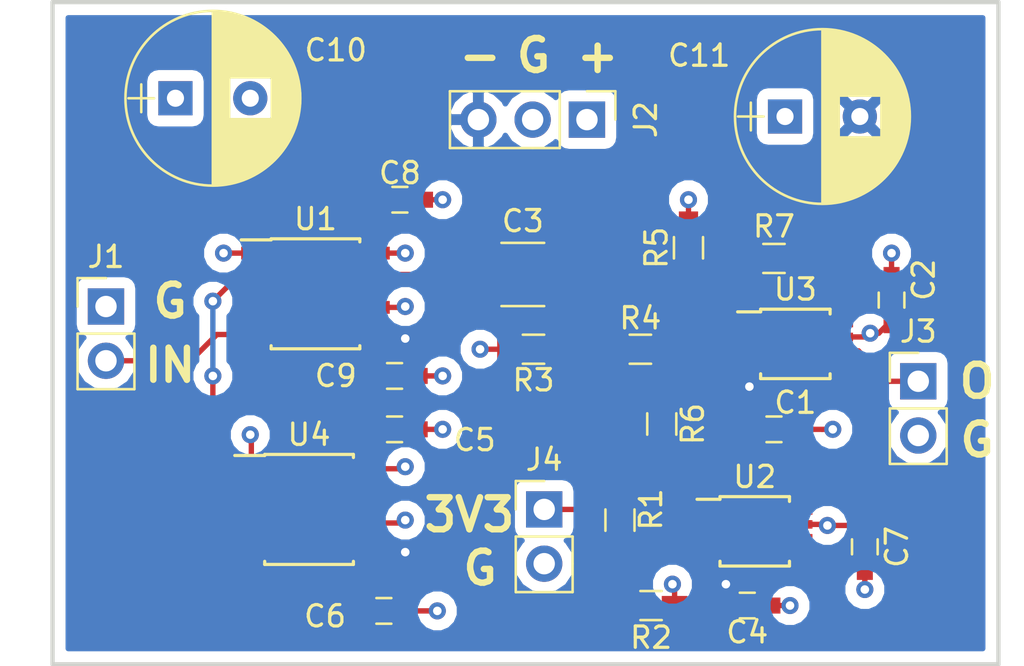
<source format=kicad_pcb>
(kicad_pcb (version 20170123) (host pcbnew "(2017-06-17 revision fa66a5a)-master")

  (general
    (links 56)
    (no_connects 0)
    (area 112.391667 48.149999 160.608334 79.350001)
    (thickness 1.6)
    (drawings 15)
    (tracks 135)
    (zones 0)
    (modules 26)
    (nets 16)
  )

  (page A4)
  (layers
    (0 F.Cu signal)
    (1 In1.Cu signal)
    (2 In2.Cu signal)
    (31 B.Cu signal)
    (32 B.Adhes user)
    (33 F.Adhes user)
    (34 B.Paste user)
    (35 F.Paste user)
    (36 B.SilkS user)
    (37 F.SilkS user)
    (38 B.Mask user)
    (39 F.Mask user)
    (40 Dwgs.User user)
    (41 Cmts.User user)
    (42 Eco1.User user)
    (43 Eco2.User user)
    (44 Edge.Cuts user)
    (45 Margin user)
    (46 B.CrtYd user)
    (47 F.CrtYd user)
    (48 B.Fab user)
    (49 F.Fab user)
  )

  (setup
    (last_trace_width 0.25)
    (trace_clearance 0.2)
    (zone_clearance 0.508)
    (zone_45_only no)
    (trace_min 0.2)
    (segment_width 0.2)
    (edge_width 0.1)
    (via_size 0.8)
    (via_drill 0.4)
    (via_min_size 0.4)
    (via_min_drill 0.3)
    (uvia_size 0.3)
    (uvia_drill 0.1)
    (uvias_allowed no)
    (uvia_min_size 0.2)
    (uvia_min_drill 0.1)
    (pcb_text_width 0.3)
    (pcb_text_size 1.5 1.5)
    (mod_edge_width 0.15)
    (mod_text_size 1 1)
    (mod_text_width 0.15)
    (pad_size 1.5 1.5)
    (pad_drill 0.6)
    (pad_to_mask_clearance 0)
    (aux_axis_origin 0 0)
    (visible_elements FFFFFF7F)
    (pcbplotparams
      (layerselection 0x010f0_ffffffff)
      (usegerberextensions false)
      (excludeedgelayer true)
      (linewidth 0.100000)
      (plotframeref false)
      (viasonmask false)
      (mode 1)
      (useauxorigin false)
      (hpglpennumber 1)
      (hpglpenspeed 20)
      (hpglpendiameter 15)
      (psnegative false)
      (psa4output false)
      (plotreference true)
      (plotvalue true)
      (plotinvisibletext false)
      (padsonsilk false)
      (subtractmaskfromsilk false)
      (outputformat 1)
      (mirror false)
      (drillshape 0)
      (scaleselection 1)
      (outputdirectory gerbers))
  )

  (net 0 "")
  (net 1 "Net-(R1-Pad2)")
  (net 2 +3V3)
  (net 3 GND)
  (net 4 "Net-(C3-Pad1)")
  (net 5 "Net-(R4-Pad2)")
  (net 6 "Net-(R5-Pad2)")
  (net 7 /VRef)
  (net 8 "Net-(J3-Pad1)")
  (net 9 VEE)
  (net 10 VDD)
  (net 11 /IN+)
  (net 12 "Net-(C3-Pad2)")
  (net 13 /Filt-)
  (net 14 /Filt+)
  (net 15 "Net-(U4-Pad7)")

  (net_class Default "This is the default net class."
    (clearance 0.2)
    (trace_width 0.25)
    (via_dia 0.8)
    (via_drill 0.4)
    (uvia_dia 0.3)
    (uvia_drill 0.1)
    (add_net +3V3)
    (add_net /Filt+)
    (add_net /Filt-)
    (add_net /IN+)
    (add_net /VRef)
    (add_net GND)
    (add_net "Net-(C3-Pad1)")
    (add_net "Net-(C3-Pad2)")
    (add_net "Net-(J3-Pad1)")
    (add_net "Net-(R1-Pad2)")
    (add_net "Net-(R4-Pad2)")
    (add_net "Net-(R5-Pad2)")
    (add_net "Net-(U4-Pad7)")
    (add_net VDD)
    (add_net VEE)
  )

  (module Capacitors_THT:CP_Radial_D8.0mm_P3.50mm (layer F.Cu) (tedit 597BC7C2) (tstamp 5A84AF0D)
    (at 149.266526 53.604347)
    (descr "CP, Radial series, Radial, pin pitch=3.50mm, , diameter=8mm, Electrolytic Capacitor")
    (tags "CP Radial series Radial pin pitch 3.50mm  diameter 8mm Electrolytic Capacitor")
    (path /5A844D5F)
    (fp_text reference C11 (at -4.016526 -2.854347) (layer F.SilkS)
      (effects (font (size 1 1) (thickness 0.15)))
    )
    (fp_text value CP (at 1.75 5.31) (layer F.Fab)
      (effects (font (size 1 1) (thickness 0.15)))
    )
    (fp_circle (center 1.75 0) (end 5.75 0) (layer F.Fab) (width 0.1))
    (fp_circle (center 1.75 0) (end 5.84 0) (layer F.SilkS) (width 0.12))
    (fp_line (start -2.2 0) (end -1 0) (layer F.Fab) (width 0.1))
    (fp_line (start -1.6 -0.65) (end -1.6 0.65) (layer F.Fab) (width 0.1))
    (fp_line (start 1.75 -4.05) (end 1.75 4.05) (layer F.SilkS) (width 0.12))
    (fp_line (start 1.79 -4.05) (end 1.79 4.05) (layer F.SilkS) (width 0.12))
    (fp_line (start 1.83 -4.05) (end 1.83 4.05) (layer F.SilkS) (width 0.12))
    (fp_line (start 1.87 -4.049) (end 1.87 4.049) (layer F.SilkS) (width 0.12))
    (fp_line (start 1.91 -4.047) (end 1.91 4.047) (layer F.SilkS) (width 0.12))
    (fp_line (start 1.95 -4.046) (end 1.95 4.046) (layer F.SilkS) (width 0.12))
    (fp_line (start 1.99 -4.043) (end 1.99 4.043) (layer F.SilkS) (width 0.12))
    (fp_line (start 2.03 -4.041) (end 2.03 4.041) (layer F.SilkS) (width 0.12))
    (fp_line (start 2.07 -4.038) (end 2.07 4.038) (layer F.SilkS) (width 0.12))
    (fp_line (start 2.11 -4.035) (end 2.11 4.035) (layer F.SilkS) (width 0.12))
    (fp_line (start 2.15 -4.031) (end 2.15 4.031) (layer F.SilkS) (width 0.12))
    (fp_line (start 2.19 -4.027) (end 2.19 4.027) (layer F.SilkS) (width 0.12))
    (fp_line (start 2.23 -4.022) (end 2.23 4.022) (layer F.SilkS) (width 0.12))
    (fp_line (start 2.27 -4.017) (end 2.27 4.017) (layer F.SilkS) (width 0.12))
    (fp_line (start 2.31 -4.012) (end 2.31 4.012) (layer F.SilkS) (width 0.12))
    (fp_line (start 2.35 -4.006) (end 2.35 4.006) (layer F.SilkS) (width 0.12))
    (fp_line (start 2.39 -4) (end 2.39 4) (layer F.SilkS) (width 0.12))
    (fp_line (start 2.43 -3.994) (end 2.43 3.994) (layer F.SilkS) (width 0.12))
    (fp_line (start 2.471 -3.987) (end 2.471 3.987) (layer F.SilkS) (width 0.12))
    (fp_line (start 2.511 -3.979) (end 2.511 3.979) (layer F.SilkS) (width 0.12))
    (fp_line (start 2.551 -3.971) (end 2.551 -0.98) (layer F.SilkS) (width 0.12))
    (fp_line (start 2.551 0.98) (end 2.551 3.971) (layer F.SilkS) (width 0.12))
    (fp_line (start 2.591 -3.963) (end 2.591 -0.98) (layer F.SilkS) (width 0.12))
    (fp_line (start 2.591 0.98) (end 2.591 3.963) (layer F.SilkS) (width 0.12))
    (fp_line (start 2.631 -3.955) (end 2.631 -0.98) (layer F.SilkS) (width 0.12))
    (fp_line (start 2.631 0.98) (end 2.631 3.955) (layer F.SilkS) (width 0.12))
    (fp_line (start 2.671 -3.946) (end 2.671 -0.98) (layer F.SilkS) (width 0.12))
    (fp_line (start 2.671 0.98) (end 2.671 3.946) (layer F.SilkS) (width 0.12))
    (fp_line (start 2.711 -3.936) (end 2.711 -0.98) (layer F.SilkS) (width 0.12))
    (fp_line (start 2.711 0.98) (end 2.711 3.936) (layer F.SilkS) (width 0.12))
    (fp_line (start 2.751 -3.926) (end 2.751 -0.98) (layer F.SilkS) (width 0.12))
    (fp_line (start 2.751 0.98) (end 2.751 3.926) (layer F.SilkS) (width 0.12))
    (fp_line (start 2.791 -3.916) (end 2.791 -0.98) (layer F.SilkS) (width 0.12))
    (fp_line (start 2.791 0.98) (end 2.791 3.916) (layer F.SilkS) (width 0.12))
    (fp_line (start 2.831 -3.905) (end 2.831 -0.98) (layer F.SilkS) (width 0.12))
    (fp_line (start 2.831 0.98) (end 2.831 3.905) (layer F.SilkS) (width 0.12))
    (fp_line (start 2.871 -3.894) (end 2.871 -0.98) (layer F.SilkS) (width 0.12))
    (fp_line (start 2.871 0.98) (end 2.871 3.894) (layer F.SilkS) (width 0.12))
    (fp_line (start 2.911 -3.883) (end 2.911 -0.98) (layer F.SilkS) (width 0.12))
    (fp_line (start 2.911 0.98) (end 2.911 3.883) (layer F.SilkS) (width 0.12))
    (fp_line (start 2.951 -3.87) (end 2.951 -0.98) (layer F.SilkS) (width 0.12))
    (fp_line (start 2.951 0.98) (end 2.951 3.87) (layer F.SilkS) (width 0.12))
    (fp_line (start 2.991 -3.858) (end 2.991 -0.98) (layer F.SilkS) (width 0.12))
    (fp_line (start 2.991 0.98) (end 2.991 3.858) (layer F.SilkS) (width 0.12))
    (fp_line (start 3.031 -3.845) (end 3.031 -0.98) (layer F.SilkS) (width 0.12))
    (fp_line (start 3.031 0.98) (end 3.031 3.845) (layer F.SilkS) (width 0.12))
    (fp_line (start 3.071 -3.832) (end 3.071 -0.98) (layer F.SilkS) (width 0.12))
    (fp_line (start 3.071 0.98) (end 3.071 3.832) (layer F.SilkS) (width 0.12))
    (fp_line (start 3.111 -3.818) (end 3.111 -0.98) (layer F.SilkS) (width 0.12))
    (fp_line (start 3.111 0.98) (end 3.111 3.818) (layer F.SilkS) (width 0.12))
    (fp_line (start 3.151 -3.803) (end 3.151 -0.98) (layer F.SilkS) (width 0.12))
    (fp_line (start 3.151 0.98) (end 3.151 3.803) (layer F.SilkS) (width 0.12))
    (fp_line (start 3.191 -3.789) (end 3.191 -0.98) (layer F.SilkS) (width 0.12))
    (fp_line (start 3.191 0.98) (end 3.191 3.789) (layer F.SilkS) (width 0.12))
    (fp_line (start 3.231 -3.773) (end 3.231 -0.98) (layer F.SilkS) (width 0.12))
    (fp_line (start 3.231 0.98) (end 3.231 3.773) (layer F.SilkS) (width 0.12))
    (fp_line (start 3.271 -3.758) (end 3.271 -0.98) (layer F.SilkS) (width 0.12))
    (fp_line (start 3.271 0.98) (end 3.271 3.758) (layer F.SilkS) (width 0.12))
    (fp_line (start 3.311 -3.741) (end 3.311 -0.98) (layer F.SilkS) (width 0.12))
    (fp_line (start 3.311 0.98) (end 3.311 3.741) (layer F.SilkS) (width 0.12))
    (fp_line (start 3.351 -3.725) (end 3.351 -0.98) (layer F.SilkS) (width 0.12))
    (fp_line (start 3.351 0.98) (end 3.351 3.725) (layer F.SilkS) (width 0.12))
    (fp_line (start 3.391 -3.707) (end 3.391 -0.98) (layer F.SilkS) (width 0.12))
    (fp_line (start 3.391 0.98) (end 3.391 3.707) (layer F.SilkS) (width 0.12))
    (fp_line (start 3.431 -3.69) (end 3.431 -0.98) (layer F.SilkS) (width 0.12))
    (fp_line (start 3.431 0.98) (end 3.431 3.69) (layer F.SilkS) (width 0.12))
    (fp_line (start 3.471 -3.671) (end 3.471 -0.98) (layer F.SilkS) (width 0.12))
    (fp_line (start 3.471 0.98) (end 3.471 3.671) (layer F.SilkS) (width 0.12))
    (fp_line (start 3.511 -3.652) (end 3.511 -0.98) (layer F.SilkS) (width 0.12))
    (fp_line (start 3.511 0.98) (end 3.511 3.652) (layer F.SilkS) (width 0.12))
    (fp_line (start 3.551 -3.633) (end 3.551 -0.98) (layer F.SilkS) (width 0.12))
    (fp_line (start 3.551 0.98) (end 3.551 3.633) (layer F.SilkS) (width 0.12))
    (fp_line (start 3.591 -3.613) (end 3.591 -0.98) (layer F.SilkS) (width 0.12))
    (fp_line (start 3.591 0.98) (end 3.591 3.613) (layer F.SilkS) (width 0.12))
    (fp_line (start 3.631 -3.593) (end 3.631 -0.98) (layer F.SilkS) (width 0.12))
    (fp_line (start 3.631 0.98) (end 3.631 3.593) (layer F.SilkS) (width 0.12))
    (fp_line (start 3.671 -3.572) (end 3.671 -0.98) (layer F.SilkS) (width 0.12))
    (fp_line (start 3.671 0.98) (end 3.671 3.572) (layer F.SilkS) (width 0.12))
    (fp_line (start 3.711 -3.55) (end 3.711 -0.98) (layer F.SilkS) (width 0.12))
    (fp_line (start 3.711 0.98) (end 3.711 3.55) (layer F.SilkS) (width 0.12))
    (fp_line (start 3.751 -3.528) (end 3.751 -0.98) (layer F.SilkS) (width 0.12))
    (fp_line (start 3.751 0.98) (end 3.751 3.528) (layer F.SilkS) (width 0.12))
    (fp_line (start 3.791 -3.505) (end 3.791 -0.98) (layer F.SilkS) (width 0.12))
    (fp_line (start 3.791 0.98) (end 3.791 3.505) (layer F.SilkS) (width 0.12))
    (fp_line (start 3.831 -3.482) (end 3.831 -0.98) (layer F.SilkS) (width 0.12))
    (fp_line (start 3.831 0.98) (end 3.831 3.482) (layer F.SilkS) (width 0.12))
    (fp_line (start 3.871 -3.458) (end 3.871 -0.98) (layer F.SilkS) (width 0.12))
    (fp_line (start 3.871 0.98) (end 3.871 3.458) (layer F.SilkS) (width 0.12))
    (fp_line (start 3.911 -3.434) (end 3.911 -0.98) (layer F.SilkS) (width 0.12))
    (fp_line (start 3.911 0.98) (end 3.911 3.434) (layer F.SilkS) (width 0.12))
    (fp_line (start 3.951 -3.408) (end 3.951 -0.98) (layer F.SilkS) (width 0.12))
    (fp_line (start 3.951 0.98) (end 3.951 3.408) (layer F.SilkS) (width 0.12))
    (fp_line (start 3.991 -3.383) (end 3.991 -0.98) (layer F.SilkS) (width 0.12))
    (fp_line (start 3.991 0.98) (end 3.991 3.383) (layer F.SilkS) (width 0.12))
    (fp_line (start 4.031 -3.356) (end 4.031 -0.98) (layer F.SilkS) (width 0.12))
    (fp_line (start 4.031 0.98) (end 4.031 3.356) (layer F.SilkS) (width 0.12))
    (fp_line (start 4.071 -3.329) (end 4.071 -0.98) (layer F.SilkS) (width 0.12))
    (fp_line (start 4.071 0.98) (end 4.071 3.329) (layer F.SilkS) (width 0.12))
    (fp_line (start 4.111 -3.301) (end 4.111 -0.98) (layer F.SilkS) (width 0.12))
    (fp_line (start 4.111 0.98) (end 4.111 3.301) (layer F.SilkS) (width 0.12))
    (fp_line (start 4.151 -3.272) (end 4.151 -0.98) (layer F.SilkS) (width 0.12))
    (fp_line (start 4.151 0.98) (end 4.151 3.272) (layer F.SilkS) (width 0.12))
    (fp_line (start 4.191 -3.243) (end 4.191 -0.98) (layer F.SilkS) (width 0.12))
    (fp_line (start 4.191 0.98) (end 4.191 3.243) (layer F.SilkS) (width 0.12))
    (fp_line (start 4.231 -3.213) (end 4.231 -0.98) (layer F.SilkS) (width 0.12))
    (fp_line (start 4.231 0.98) (end 4.231 3.213) (layer F.SilkS) (width 0.12))
    (fp_line (start 4.271 -3.182) (end 4.271 -0.98) (layer F.SilkS) (width 0.12))
    (fp_line (start 4.271 0.98) (end 4.271 3.182) (layer F.SilkS) (width 0.12))
    (fp_line (start 4.311 -3.15) (end 4.311 -0.98) (layer F.SilkS) (width 0.12))
    (fp_line (start 4.311 0.98) (end 4.311 3.15) (layer F.SilkS) (width 0.12))
    (fp_line (start 4.351 -3.118) (end 4.351 -0.98) (layer F.SilkS) (width 0.12))
    (fp_line (start 4.351 0.98) (end 4.351 3.118) (layer F.SilkS) (width 0.12))
    (fp_line (start 4.391 -3.084) (end 4.391 -0.98) (layer F.SilkS) (width 0.12))
    (fp_line (start 4.391 0.98) (end 4.391 3.084) (layer F.SilkS) (width 0.12))
    (fp_line (start 4.431 -3.05) (end 4.431 -0.98) (layer F.SilkS) (width 0.12))
    (fp_line (start 4.431 0.98) (end 4.431 3.05) (layer F.SilkS) (width 0.12))
    (fp_line (start 4.471 -3.015) (end 4.471 -0.98) (layer F.SilkS) (width 0.12))
    (fp_line (start 4.471 0.98) (end 4.471 3.015) (layer F.SilkS) (width 0.12))
    (fp_line (start 4.511 -2.979) (end 4.511 2.979) (layer F.SilkS) (width 0.12))
    (fp_line (start 4.551 -2.942) (end 4.551 2.942) (layer F.SilkS) (width 0.12))
    (fp_line (start 4.591 -2.904) (end 4.591 2.904) (layer F.SilkS) (width 0.12))
    (fp_line (start 4.631 -2.865) (end 4.631 2.865) (layer F.SilkS) (width 0.12))
    (fp_line (start 4.671 -2.824) (end 4.671 2.824) (layer F.SilkS) (width 0.12))
    (fp_line (start 4.711 -2.783) (end 4.711 2.783) (layer F.SilkS) (width 0.12))
    (fp_line (start 4.751 -2.74) (end 4.751 2.74) (layer F.SilkS) (width 0.12))
    (fp_line (start 4.791 -2.697) (end 4.791 2.697) (layer F.SilkS) (width 0.12))
    (fp_line (start 4.831 -2.652) (end 4.831 2.652) (layer F.SilkS) (width 0.12))
    (fp_line (start 4.871 -2.605) (end 4.871 2.605) (layer F.SilkS) (width 0.12))
    (fp_line (start 4.911 -2.557) (end 4.911 2.557) (layer F.SilkS) (width 0.12))
    (fp_line (start 4.951 -2.508) (end 4.951 2.508) (layer F.SilkS) (width 0.12))
    (fp_line (start 4.991 -2.457) (end 4.991 2.457) (layer F.SilkS) (width 0.12))
    (fp_line (start 5.031 -2.404) (end 5.031 2.404) (layer F.SilkS) (width 0.12))
    (fp_line (start 5.071 -2.349) (end 5.071 2.349) (layer F.SilkS) (width 0.12))
    (fp_line (start 5.111 -2.293) (end 5.111 2.293) (layer F.SilkS) (width 0.12))
    (fp_line (start 5.151 -2.234) (end 5.151 2.234) (layer F.SilkS) (width 0.12))
    (fp_line (start 5.191 -2.173) (end 5.191 2.173) (layer F.SilkS) (width 0.12))
    (fp_line (start 5.231 -2.109) (end 5.231 2.109) (layer F.SilkS) (width 0.12))
    (fp_line (start 5.271 -2.043) (end 5.271 2.043) (layer F.SilkS) (width 0.12))
    (fp_line (start 5.311 -1.974) (end 5.311 1.974) (layer F.SilkS) (width 0.12))
    (fp_line (start 5.351 -1.902) (end 5.351 1.902) (layer F.SilkS) (width 0.12))
    (fp_line (start 5.391 -1.826) (end 5.391 1.826) (layer F.SilkS) (width 0.12))
    (fp_line (start 5.431 -1.745) (end 5.431 1.745) (layer F.SilkS) (width 0.12))
    (fp_line (start 5.471 -1.66) (end 5.471 1.66) (layer F.SilkS) (width 0.12))
    (fp_line (start 5.511 -1.57) (end 5.511 1.57) (layer F.SilkS) (width 0.12))
    (fp_line (start 5.551 -1.473) (end 5.551 1.473) (layer F.SilkS) (width 0.12))
    (fp_line (start 5.591 -1.369) (end 5.591 1.369) (layer F.SilkS) (width 0.12))
    (fp_line (start 5.631 -1.254) (end 5.631 1.254) (layer F.SilkS) (width 0.12))
    (fp_line (start 5.671 -1.127) (end 5.671 1.127) (layer F.SilkS) (width 0.12))
    (fp_line (start 5.711 -0.983) (end 5.711 0.983) (layer F.SilkS) (width 0.12))
    (fp_line (start 5.751 -0.814) (end 5.751 0.814) (layer F.SilkS) (width 0.12))
    (fp_line (start 5.791 -0.598) (end 5.791 0.598) (layer F.SilkS) (width 0.12))
    (fp_line (start 5.831 -0.246) (end 5.831 0.246) (layer F.SilkS) (width 0.12))
    (fp_line (start -2.2 0) (end -1 0) (layer F.SilkS) (width 0.12))
    (fp_line (start -1.6 -0.65) (end -1.6 0.65) (layer F.SilkS) (width 0.12))
    (fp_line (start -2.6 -4.35) (end -2.6 4.35) (layer F.CrtYd) (width 0.05))
    (fp_line (start -2.6 4.35) (end 6.1 4.35) (layer F.CrtYd) (width 0.05))
    (fp_line (start 6.1 4.35) (end 6.1 -4.35) (layer F.CrtYd) (width 0.05))
    (fp_line (start 6.1 -4.35) (end -2.6 -4.35) (layer F.CrtYd) (width 0.05))
    (fp_text user %R (at 1.75 0) (layer F.Fab)
      (effects (font (size 1 1) (thickness 0.15)))
    )
    (pad 1 thru_hole rect (at 0 0) (size 1.6 1.6) (drill 0.8) (layers *.Cu *.Mask)
      (net 3 GND))
    (pad 2 thru_hole circle (at 3.5 0) (size 1.6 1.6) (drill 0.8) (layers *.Cu *.Mask)
      (net 9 VEE))
    (model ${KISYS3DMOD}/Capacitors_THT.3dshapes/CP_Radial_D8.0mm_P3.50mm.wrl
      (at (xyz 0 0 0))
      (scale (xyz 1 1 1))
      (rotate (xyz 0 0 0))
    )
  )

  (module Capacitors_THT:CP_Radial_D8.0mm_P3.50mm (layer F.Cu) (tedit 597BC7C2) (tstamp 5A84AD14)
    (at 120.75 52.75)
    (descr "CP, Radial series, Radial, pin pitch=3.50mm, , diameter=8mm, Electrolytic Capacitor")
    (tags "CP Radial series Radial pin pitch 3.50mm  diameter 8mm Electrolytic Capacitor")
    (path /5A844CFD)
    (fp_text reference C10 (at 7.5 -2.25) (layer F.SilkS)
      (effects (font (size 1 1) (thickness 0.15)))
    )
    (fp_text value CP (at 1.75 5.31) (layer F.Fab)
      (effects (font (size 1 1) (thickness 0.15)))
    )
    (fp_text user %R (at 1.75 0) (layer F.Fab)
      (effects (font (size 1 1) (thickness 0.15)))
    )
    (fp_line (start 6.1 -4.35) (end -2.6 -4.35) (layer F.CrtYd) (width 0.05))
    (fp_line (start 6.1 4.35) (end 6.1 -4.35) (layer F.CrtYd) (width 0.05))
    (fp_line (start -2.6 4.35) (end 6.1 4.35) (layer F.CrtYd) (width 0.05))
    (fp_line (start -2.6 -4.35) (end -2.6 4.35) (layer F.CrtYd) (width 0.05))
    (fp_line (start -1.6 -0.65) (end -1.6 0.65) (layer F.SilkS) (width 0.12))
    (fp_line (start -2.2 0) (end -1 0) (layer F.SilkS) (width 0.12))
    (fp_line (start 5.831 -0.246) (end 5.831 0.246) (layer F.SilkS) (width 0.12))
    (fp_line (start 5.791 -0.598) (end 5.791 0.598) (layer F.SilkS) (width 0.12))
    (fp_line (start 5.751 -0.814) (end 5.751 0.814) (layer F.SilkS) (width 0.12))
    (fp_line (start 5.711 -0.983) (end 5.711 0.983) (layer F.SilkS) (width 0.12))
    (fp_line (start 5.671 -1.127) (end 5.671 1.127) (layer F.SilkS) (width 0.12))
    (fp_line (start 5.631 -1.254) (end 5.631 1.254) (layer F.SilkS) (width 0.12))
    (fp_line (start 5.591 -1.369) (end 5.591 1.369) (layer F.SilkS) (width 0.12))
    (fp_line (start 5.551 -1.473) (end 5.551 1.473) (layer F.SilkS) (width 0.12))
    (fp_line (start 5.511 -1.57) (end 5.511 1.57) (layer F.SilkS) (width 0.12))
    (fp_line (start 5.471 -1.66) (end 5.471 1.66) (layer F.SilkS) (width 0.12))
    (fp_line (start 5.431 -1.745) (end 5.431 1.745) (layer F.SilkS) (width 0.12))
    (fp_line (start 5.391 -1.826) (end 5.391 1.826) (layer F.SilkS) (width 0.12))
    (fp_line (start 5.351 -1.902) (end 5.351 1.902) (layer F.SilkS) (width 0.12))
    (fp_line (start 5.311 -1.974) (end 5.311 1.974) (layer F.SilkS) (width 0.12))
    (fp_line (start 5.271 -2.043) (end 5.271 2.043) (layer F.SilkS) (width 0.12))
    (fp_line (start 5.231 -2.109) (end 5.231 2.109) (layer F.SilkS) (width 0.12))
    (fp_line (start 5.191 -2.173) (end 5.191 2.173) (layer F.SilkS) (width 0.12))
    (fp_line (start 5.151 -2.234) (end 5.151 2.234) (layer F.SilkS) (width 0.12))
    (fp_line (start 5.111 -2.293) (end 5.111 2.293) (layer F.SilkS) (width 0.12))
    (fp_line (start 5.071 -2.349) (end 5.071 2.349) (layer F.SilkS) (width 0.12))
    (fp_line (start 5.031 -2.404) (end 5.031 2.404) (layer F.SilkS) (width 0.12))
    (fp_line (start 4.991 -2.457) (end 4.991 2.457) (layer F.SilkS) (width 0.12))
    (fp_line (start 4.951 -2.508) (end 4.951 2.508) (layer F.SilkS) (width 0.12))
    (fp_line (start 4.911 -2.557) (end 4.911 2.557) (layer F.SilkS) (width 0.12))
    (fp_line (start 4.871 -2.605) (end 4.871 2.605) (layer F.SilkS) (width 0.12))
    (fp_line (start 4.831 -2.652) (end 4.831 2.652) (layer F.SilkS) (width 0.12))
    (fp_line (start 4.791 -2.697) (end 4.791 2.697) (layer F.SilkS) (width 0.12))
    (fp_line (start 4.751 -2.74) (end 4.751 2.74) (layer F.SilkS) (width 0.12))
    (fp_line (start 4.711 -2.783) (end 4.711 2.783) (layer F.SilkS) (width 0.12))
    (fp_line (start 4.671 -2.824) (end 4.671 2.824) (layer F.SilkS) (width 0.12))
    (fp_line (start 4.631 -2.865) (end 4.631 2.865) (layer F.SilkS) (width 0.12))
    (fp_line (start 4.591 -2.904) (end 4.591 2.904) (layer F.SilkS) (width 0.12))
    (fp_line (start 4.551 -2.942) (end 4.551 2.942) (layer F.SilkS) (width 0.12))
    (fp_line (start 4.511 -2.979) (end 4.511 2.979) (layer F.SilkS) (width 0.12))
    (fp_line (start 4.471 0.98) (end 4.471 3.015) (layer F.SilkS) (width 0.12))
    (fp_line (start 4.471 -3.015) (end 4.471 -0.98) (layer F.SilkS) (width 0.12))
    (fp_line (start 4.431 0.98) (end 4.431 3.05) (layer F.SilkS) (width 0.12))
    (fp_line (start 4.431 -3.05) (end 4.431 -0.98) (layer F.SilkS) (width 0.12))
    (fp_line (start 4.391 0.98) (end 4.391 3.084) (layer F.SilkS) (width 0.12))
    (fp_line (start 4.391 -3.084) (end 4.391 -0.98) (layer F.SilkS) (width 0.12))
    (fp_line (start 4.351 0.98) (end 4.351 3.118) (layer F.SilkS) (width 0.12))
    (fp_line (start 4.351 -3.118) (end 4.351 -0.98) (layer F.SilkS) (width 0.12))
    (fp_line (start 4.311 0.98) (end 4.311 3.15) (layer F.SilkS) (width 0.12))
    (fp_line (start 4.311 -3.15) (end 4.311 -0.98) (layer F.SilkS) (width 0.12))
    (fp_line (start 4.271 0.98) (end 4.271 3.182) (layer F.SilkS) (width 0.12))
    (fp_line (start 4.271 -3.182) (end 4.271 -0.98) (layer F.SilkS) (width 0.12))
    (fp_line (start 4.231 0.98) (end 4.231 3.213) (layer F.SilkS) (width 0.12))
    (fp_line (start 4.231 -3.213) (end 4.231 -0.98) (layer F.SilkS) (width 0.12))
    (fp_line (start 4.191 0.98) (end 4.191 3.243) (layer F.SilkS) (width 0.12))
    (fp_line (start 4.191 -3.243) (end 4.191 -0.98) (layer F.SilkS) (width 0.12))
    (fp_line (start 4.151 0.98) (end 4.151 3.272) (layer F.SilkS) (width 0.12))
    (fp_line (start 4.151 -3.272) (end 4.151 -0.98) (layer F.SilkS) (width 0.12))
    (fp_line (start 4.111 0.98) (end 4.111 3.301) (layer F.SilkS) (width 0.12))
    (fp_line (start 4.111 -3.301) (end 4.111 -0.98) (layer F.SilkS) (width 0.12))
    (fp_line (start 4.071 0.98) (end 4.071 3.329) (layer F.SilkS) (width 0.12))
    (fp_line (start 4.071 -3.329) (end 4.071 -0.98) (layer F.SilkS) (width 0.12))
    (fp_line (start 4.031 0.98) (end 4.031 3.356) (layer F.SilkS) (width 0.12))
    (fp_line (start 4.031 -3.356) (end 4.031 -0.98) (layer F.SilkS) (width 0.12))
    (fp_line (start 3.991 0.98) (end 3.991 3.383) (layer F.SilkS) (width 0.12))
    (fp_line (start 3.991 -3.383) (end 3.991 -0.98) (layer F.SilkS) (width 0.12))
    (fp_line (start 3.951 0.98) (end 3.951 3.408) (layer F.SilkS) (width 0.12))
    (fp_line (start 3.951 -3.408) (end 3.951 -0.98) (layer F.SilkS) (width 0.12))
    (fp_line (start 3.911 0.98) (end 3.911 3.434) (layer F.SilkS) (width 0.12))
    (fp_line (start 3.911 -3.434) (end 3.911 -0.98) (layer F.SilkS) (width 0.12))
    (fp_line (start 3.871 0.98) (end 3.871 3.458) (layer F.SilkS) (width 0.12))
    (fp_line (start 3.871 -3.458) (end 3.871 -0.98) (layer F.SilkS) (width 0.12))
    (fp_line (start 3.831 0.98) (end 3.831 3.482) (layer F.SilkS) (width 0.12))
    (fp_line (start 3.831 -3.482) (end 3.831 -0.98) (layer F.SilkS) (width 0.12))
    (fp_line (start 3.791 0.98) (end 3.791 3.505) (layer F.SilkS) (width 0.12))
    (fp_line (start 3.791 -3.505) (end 3.791 -0.98) (layer F.SilkS) (width 0.12))
    (fp_line (start 3.751 0.98) (end 3.751 3.528) (layer F.SilkS) (width 0.12))
    (fp_line (start 3.751 -3.528) (end 3.751 -0.98) (layer F.SilkS) (width 0.12))
    (fp_line (start 3.711 0.98) (end 3.711 3.55) (layer F.SilkS) (width 0.12))
    (fp_line (start 3.711 -3.55) (end 3.711 -0.98) (layer F.SilkS) (width 0.12))
    (fp_line (start 3.671 0.98) (end 3.671 3.572) (layer F.SilkS) (width 0.12))
    (fp_line (start 3.671 -3.572) (end 3.671 -0.98) (layer F.SilkS) (width 0.12))
    (fp_line (start 3.631 0.98) (end 3.631 3.593) (layer F.SilkS) (width 0.12))
    (fp_line (start 3.631 -3.593) (end 3.631 -0.98) (layer F.SilkS) (width 0.12))
    (fp_line (start 3.591 0.98) (end 3.591 3.613) (layer F.SilkS) (width 0.12))
    (fp_line (start 3.591 -3.613) (end 3.591 -0.98) (layer F.SilkS) (width 0.12))
    (fp_line (start 3.551 0.98) (end 3.551 3.633) (layer F.SilkS) (width 0.12))
    (fp_line (start 3.551 -3.633) (end 3.551 -0.98) (layer F.SilkS) (width 0.12))
    (fp_line (start 3.511 0.98) (end 3.511 3.652) (layer F.SilkS) (width 0.12))
    (fp_line (start 3.511 -3.652) (end 3.511 -0.98) (layer F.SilkS) (width 0.12))
    (fp_line (start 3.471 0.98) (end 3.471 3.671) (layer F.SilkS) (width 0.12))
    (fp_line (start 3.471 -3.671) (end 3.471 -0.98) (layer F.SilkS) (width 0.12))
    (fp_line (start 3.431 0.98) (end 3.431 3.69) (layer F.SilkS) (width 0.12))
    (fp_line (start 3.431 -3.69) (end 3.431 -0.98) (layer F.SilkS) (width 0.12))
    (fp_line (start 3.391 0.98) (end 3.391 3.707) (layer F.SilkS) (width 0.12))
    (fp_line (start 3.391 -3.707) (end 3.391 -0.98) (layer F.SilkS) (width 0.12))
    (fp_line (start 3.351 0.98) (end 3.351 3.725) (layer F.SilkS) (width 0.12))
    (fp_line (start 3.351 -3.725) (end 3.351 -0.98) (layer F.SilkS) (width 0.12))
    (fp_line (start 3.311 0.98) (end 3.311 3.741) (layer F.SilkS) (width 0.12))
    (fp_line (start 3.311 -3.741) (end 3.311 -0.98) (layer F.SilkS) (width 0.12))
    (fp_line (start 3.271 0.98) (end 3.271 3.758) (layer F.SilkS) (width 0.12))
    (fp_line (start 3.271 -3.758) (end 3.271 -0.98) (layer F.SilkS) (width 0.12))
    (fp_line (start 3.231 0.98) (end 3.231 3.773) (layer F.SilkS) (width 0.12))
    (fp_line (start 3.231 -3.773) (end 3.231 -0.98) (layer F.SilkS) (width 0.12))
    (fp_line (start 3.191 0.98) (end 3.191 3.789) (layer F.SilkS) (width 0.12))
    (fp_line (start 3.191 -3.789) (end 3.191 -0.98) (layer F.SilkS) (width 0.12))
    (fp_line (start 3.151 0.98) (end 3.151 3.803) (layer F.SilkS) (width 0.12))
    (fp_line (start 3.151 -3.803) (end 3.151 -0.98) (layer F.SilkS) (width 0.12))
    (fp_line (start 3.111 0.98) (end 3.111 3.818) (layer F.SilkS) (width 0.12))
    (fp_line (start 3.111 -3.818) (end 3.111 -0.98) (layer F.SilkS) (width 0.12))
    (fp_line (start 3.071 0.98) (end 3.071 3.832) (layer F.SilkS) (width 0.12))
    (fp_line (start 3.071 -3.832) (end 3.071 -0.98) (layer F.SilkS) (width 0.12))
    (fp_line (start 3.031 0.98) (end 3.031 3.845) (layer F.SilkS) (width 0.12))
    (fp_line (start 3.031 -3.845) (end 3.031 -0.98) (layer F.SilkS) (width 0.12))
    (fp_line (start 2.991 0.98) (end 2.991 3.858) (layer F.SilkS) (width 0.12))
    (fp_line (start 2.991 -3.858) (end 2.991 -0.98) (layer F.SilkS) (width 0.12))
    (fp_line (start 2.951 0.98) (end 2.951 3.87) (layer F.SilkS) (width 0.12))
    (fp_line (start 2.951 -3.87) (end 2.951 -0.98) (layer F.SilkS) (width 0.12))
    (fp_line (start 2.911 0.98) (end 2.911 3.883) (layer F.SilkS) (width 0.12))
    (fp_line (start 2.911 -3.883) (end 2.911 -0.98) (layer F.SilkS) (width 0.12))
    (fp_line (start 2.871 0.98) (end 2.871 3.894) (layer F.SilkS) (width 0.12))
    (fp_line (start 2.871 -3.894) (end 2.871 -0.98) (layer F.SilkS) (width 0.12))
    (fp_line (start 2.831 0.98) (end 2.831 3.905) (layer F.SilkS) (width 0.12))
    (fp_line (start 2.831 -3.905) (end 2.831 -0.98) (layer F.SilkS) (width 0.12))
    (fp_line (start 2.791 0.98) (end 2.791 3.916) (layer F.SilkS) (width 0.12))
    (fp_line (start 2.791 -3.916) (end 2.791 -0.98) (layer F.SilkS) (width 0.12))
    (fp_line (start 2.751 0.98) (end 2.751 3.926) (layer F.SilkS) (width 0.12))
    (fp_line (start 2.751 -3.926) (end 2.751 -0.98) (layer F.SilkS) (width 0.12))
    (fp_line (start 2.711 0.98) (end 2.711 3.936) (layer F.SilkS) (width 0.12))
    (fp_line (start 2.711 -3.936) (end 2.711 -0.98) (layer F.SilkS) (width 0.12))
    (fp_line (start 2.671 0.98) (end 2.671 3.946) (layer F.SilkS) (width 0.12))
    (fp_line (start 2.671 -3.946) (end 2.671 -0.98) (layer F.SilkS) (width 0.12))
    (fp_line (start 2.631 0.98) (end 2.631 3.955) (layer F.SilkS) (width 0.12))
    (fp_line (start 2.631 -3.955) (end 2.631 -0.98) (layer F.SilkS) (width 0.12))
    (fp_line (start 2.591 0.98) (end 2.591 3.963) (layer F.SilkS) (width 0.12))
    (fp_line (start 2.591 -3.963) (end 2.591 -0.98) (layer F.SilkS) (width 0.12))
    (fp_line (start 2.551 0.98) (end 2.551 3.971) (layer F.SilkS) (width 0.12))
    (fp_line (start 2.551 -3.971) (end 2.551 -0.98) (layer F.SilkS) (width 0.12))
    (fp_line (start 2.511 -3.979) (end 2.511 3.979) (layer F.SilkS) (width 0.12))
    (fp_line (start 2.471 -3.987) (end 2.471 3.987) (layer F.SilkS) (width 0.12))
    (fp_line (start 2.43 -3.994) (end 2.43 3.994) (layer F.SilkS) (width 0.12))
    (fp_line (start 2.39 -4) (end 2.39 4) (layer F.SilkS) (width 0.12))
    (fp_line (start 2.35 -4.006) (end 2.35 4.006) (layer F.SilkS) (width 0.12))
    (fp_line (start 2.31 -4.012) (end 2.31 4.012) (layer F.SilkS) (width 0.12))
    (fp_line (start 2.27 -4.017) (end 2.27 4.017) (layer F.SilkS) (width 0.12))
    (fp_line (start 2.23 -4.022) (end 2.23 4.022) (layer F.SilkS) (width 0.12))
    (fp_line (start 2.19 -4.027) (end 2.19 4.027) (layer F.SilkS) (width 0.12))
    (fp_line (start 2.15 -4.031) (end 2.15 4.031) (layer F.SilkS) (width 0.12))
    (fp_line (start 2.11 -4.035) (end 2.11 4.035) (layer F.SilkS) (width 0.12))
    (fp_line (start 2.07 -4.038) (end 2.07 4.038) (layer F.SilkS) (width 0.12))
    (fp_line (start 2.03 -4.041) (end 2.03 4.041) (layer F.SilkS) (width 0.12))
    (fp_line (start 1.99 -4.043) (end 1.99 4.043) (layer F.SilkS) (width 0.12))
    (fp_line (start 1.95 -4.046) (end 1.95 4.046) (layer F.SilkS) (width 0.12))
    (fp_line (start 1.91 -4.047) (end 1.91 4.047) (layer F.SilkS) (width 0.12))
    (fp_line (start 1.87 -4.049) (end 1.87 4.049) (layer F.SilkS) (width 0.12))
    (fp_line (start 1.83 -4.05) (end 1.83 4.05) (layer F.SilkS) (width 0.12))
    (fp_line (start 1.79 -4.05) (end 1.79 4.05) (layer F.SilkS) (width 0.12))
    (fp_line (start 1.75 -4.05) (end 1.75 4.05) (layer F.SilkS) (width 0.12))
    (fp_line (start -1.6 -0.65) (end -1.6 0.65) (layer F.Fab) (width 0.1))
    (fp_line (start -2.2 0) (end -1 0) (layer F.Fab) (width 0.1))
    (fp_circle (center 1.75 0) (end 5.84 0) (layer F.SilkS) (width 0.12))
    (fp_circle (center 1.75 0) (end 5.75 0) (layer F.Fab) (width 0.1))
    (pad 2 thru_hole circle (at 3.5 0) (size 1.6 1.6) (drill 0.8) (layers *.Cu *.Mask)
      (net 3 GND))
    (pad 1 thru_hole rect (at 0 0) (size 1.6 1.6) (drill 0.8) (layers *.Cu *.Mask)
      (net 10 VDD))
    (model ${KISYS3DMOD}/Capacitors_THT.3dshapes/CP_Radial_D8.0mm_P3.50mm.wrl
      (at (xyz 0 0 0))
      (scale (xyz 1 1 1))
      (rotate (xyz 0 0 0))
    )
  )

  (module Capacitors_SMD:C_0603_HandSoldering (layer F.Cu) (tedit 58AA848B) (tstamp 5A8455CE)
    (at 131 68.25)
    (descr "Capacitor SMD 0603, hand soldering")
    (tags "capacitor 0603")
    (path /5A844634)
    (attr smd)
    (fp_text reference C9 (at -2.75 -2.5) (layer F.SilkS)
      (effects (font (size 1 1) (thickness 0.15)))
    )
    (fp_text value 100n (at 0 1.5) (layer F.Fab)
      (effects (font (size 1 1) (thickness 0.15)))
    )
    (fp_text user %R (at 0 -1.25) (layer F.Fab)
      (effects (font (size 1 1) (thickness 0.15)))
    )
    (fp_line (start -0.8 0.4) (end -0.8 -0.4) (layer F.Fab) (width 0.1))
    (fp_line (start 0.8 0.4) (end -0.8 0.4) (layer F.Fab) (width 0.1))
    (fp_line (start 0.8 -0.4) (end 0.8 0.4) (layer F.Fab) (width 0.1))
    (fp_line (start -0.8 -0.4) (end 0.8 -0.4) (layer F.Fab) (width 0.1))
    (fp_line (start -0.35 -0.6) (end 0.35 -0.6) (layer F.SilkS) (width 0.12))
    (fp_line (start 0.35 0.6) (end -0.35 0.6) (layer F.SilkS) (width 0.12))
    (fp_line (start -1.8 -0.65) (end 1.8 -0.65) (layer F.CrtYd) (width 0.05))
    (fp_line (start -1.8 -0.65) (end -1.8 0.65) (layer F.CrtYd) (width 0.05))
    (fp_line (start 1.8 0.65) (end 1.8 -0.65) (layer F.CrtYd) (width 0.05))
    (fp_line (start 1.8 0.65) (end -1.8 0.65) (layer F.CrtYd) (width 0.05))
    (pad 1 smd rect (at -0.95 0) (size 1.2 0.75) (layers F.Cu F.Paste F.Mask)
      (net 10 VDD))
    (pad 2 smd rect (at 0.95 0) (size 1.2 0.75) (layers F.Cu F.Paste F.Mask)
      (net 3 GND))
    (model Capacitors_SMD.3dshapes/C_0603.wrl
      (at (xyz 0 0 0))
      (scale (xyz 1 1 1))
      (rotate (xyz 0 0 0))
    )
  )

  (module Capacitors_SMD:C_0603_HandSoldering (layer F.Cu) (tedit 58AA848B) (tstamp 5A84559D)
    (at 131.25 57.5)
    (descr "Capacitor SMD 0603, hand soldering")
    (tags "capacitor 0603")
    (path /5A8445FB)
    (attr smd)
    (fp_text reference C8 (at 0 -1.25) (layer F.SilkS)
      (effects (font (size 1 1) (thickness 0.15)))
    )
    (fp_text value 100n (at 0 1.5) (layer F.Fab)
      (effects (font (size 1 1) (thickness 0.15)))
    )
    (fp_line (start 1.8 0.65) (end -1.8 0.65) (layer F.CrtYd) (width 0.05))
    (fp_line (start 1.8 0.65) (end 1.8 -0.65) (layer F.CrtYd) (width 0.05))
    (fp_line (start -1.8 -0.65) (end -1.8 0.65) (layer F.CrtYd) (width 0.05))
    (fp_line (start -1.8 -0.65) (end 1.8 -0.65) (layer F.CrtYd) (width 0.05))
    (fp_line (start 0.35 0.6) (end -0.35 0.6) (layer F.SilkS) (width 0.12))
    (fp_line (start -0.35 -0.6) (end 0.35 -0.6) (layer F.SilkS) (width 0.12))
    (fp_line (start -0.8 -0.4) (end 0.8 -0.4) (layer F.Fab) (width 0.1))
    (fp_line (start 0.8 -0.4) (end 0.8 0.4) (layer F.Fab) (width 0.1))
    (fp_line (start 0.8 0.4) (end -0.8 0.4) (layer F.Fab) (width 0.1))
    (fp_line (start -0.8 0.4) (end -0.8 -0.4) (layer F.Fab) (width 0.1))
    (fp_text user %R (at 0 -1.25) (layer F.Fab)
      (effects (font (size 1 1) (thickness 0.15)))
    )
    (pad 2 smd rect (at 0.95 0) (size 1.2 0.75) (layers F.Cu F.Paste F.Mask)
      (net 3 GND))
    (pad 1 smd rect (at -0.95 0) (size 1.2 0.75) (layers F.Cu F.Paste F.Mask)
      (net 10 VDD))
    (model Capacitors_SMD.3dshapes/C_0603.wrl
      (at (xyz 0 0 0))
      (scale (xyz 1 1 1))
      (rotate (xyz 0 0 0))
    )
  )

  (module Capacitors_SMD:C_0603_HandSoldering (layer F.Cu) (tedit 58AA848B) (tstamp 5A84556C)
    (at 153 73.75 270)
    (descr "Capacitor SMD 0603, hand soldering")
    (tags "capacitor 0603")
    (path /5A84466B)
    (attr smd)
    (fp_text reference C7 (at 0 -1.5 270) (layer F.SilkS)
      (effects (font (size 1 1) (thickness 0.15)))
    )
    (fp_text value 100n (at 0 1.5 270) (layer F.Fab)
      (effects (font (size 1 1) (thickness 0.15)))
    )
    (fp_text user %R (at 0 -1.25 270) (layer F.Fab)
      (effects (font (size 1 1) (thickness 0.15)))
    )
    (fp_line (start -0.8 0.4) (end -0.8 -0.4) (layer F.Fab) (width 0.1))
    (fp_line (start 0.8 0.4) (end -0.8 0.4) (layer F.Fab) (width 0.1))
    (fp_line (start 0.8 -0.4) (end 0.8 0.4) (layer F.Fab) (width 0.1))
    (fp_line (start -0.8 -0.4) (end 0.8 -0.4) (layer F.Fab) (width 0.1))
    (fp_line (start -0.35 -0.6) (end 0.35 -0.6) (layer F.SilkS) (width 0.12))
    (fp_line (start 0.35 0.6) (end -0.35 0.6) (layer F.SilkS) (width 0.12))
    (fp_line (start -1.8 -0.65) (end 1.8 -0.65) (layer F.CrtYd) (width 0.05))
    (fp_line (start -1.8 -0.65) (end -1.8 0.65) (layer F.CrtYd) (width 0.05))
    (fp_line (start 1.8 0.65) (end 1.8 -0.65) (layer F.CrtYd) (width 0.05))
    (fp_line (start 1.8 0.65) (end -1.8 0.65) (layer F.CrtYd) (width 0.05))
    (pad 1 smd rect (at -0.95 0 270) (size 1.2 0.75) (layers F.Cu F.Paste F.Mask)
      (net 10 VDD))
    (pad 2 smd rect (at 0.95 0 270) (size 1.2 0.75) (layers F.Cu F.Paste F.Mask)
      (net 3 GND))
    (model Capacitors_SMD.3dshapes/C_0603.wrl
      (at (xyz 0 0 0))
      (scale (xyz 1 1 1))
      (rotate (xyz 0 0 0))
    )
  )

  (module Capacitors_SMD:C_0603_HandSoldering (layer F.Cu) (tedit 58AA848B) (tstamp 5A84553B)
    (at 130.5 76.75 180)
    (descr "Capacitor SMD 0603, hand soldering")
    (tags "capacitor 0603")
    (path /5A844814)
    (attr smd)
    (fp_text reference C6 (at 2.75 -0.25 180) (layer F.SilkS)
      (effects (font (size 1 1) (thickness 0.15)))
    )
    (fp_text value 100n (at 0 1.5 180) (layer F.Fab)
      (effects (font (size 1 1) (thickness 0.15)))
    )
    (fp_line (start 1.8 0.65) (end -1.8 0.65) (layer F.CrtYd) (width 0.05))
    (fp_line (start 1.8 0.65) (end 1.8 -0.65) (layer F.CrtYd) (width 0.05))
    (fp_line (start -1.8 -0.65) (end -1.8 0.65) (layer F.CrtYd) (width 0.05))
    (fp_line (start -1.8 -0.65) (end 1.8 -0.65) (layer F.CrtYd) (width 0.05))
    (fp_line (start 0.35 0.6) (end -0.35 0.6) (layer F.SilkS) (width 0.12))
    (fp_line (start -0.35 -0.6) (end 0.35 -0.6) (layer F.SilkS) (width 0.12))
    (fp_line (start -0.8 -0.4) (end 0.8 -0.4) (layer F.Fab) (width 0.1))
    (fp_line (start 0.8 -0.4) (end 0.8 0.4) (layer F.Fab) (width 0.1))
    (fp_line (start 0.8 0.4) (end -0.8 0.4) (layer F.Fab) (width 0.1))
    (fp_line (start -0.8 0.4) (end -0.8 -0.4) (layer F.Fab) (width 0.1))
    (fp_text user %R (at 0 -1.25 180) (layer F.Fab)
      (effects (font (size 1 1) (thickness 0.15)))
    )
    (pad 2 smd rect (at 0.95 0 180) (size 1.2 0.75) (layers F.Cu F.Paste F.Mask)
      (net 9 VEE))
    (pad 1 smd rect (at -0.95 0 180) (size 1.2 0.75) (layers F.Cu F.Paste F.Mask)
      (net 3 GND))
    (model Capacitors_SMD.3dshapes/C_0603.wrl
      (at (xyz 0 0 0))
      (scale (xyz 1 1 1))
      (rotate (xyz 0 0 0))
    )
  )

  (module Capacitors_SMD:C_0603_HandSoldering (layer F.Cu) (tedit 58AA848B) (tstamp 5A84550A)
    (at 131 65.75 180)
    (descr "Capacitor SMD 0603, hand soldering")
    (tags "capacitor 0603")
    (path /5A8447CF)
    (attr smd)
    (fp_text reference C5 (at -3.75 -3 180) (layer F.SilkS)
      (effects (font (size 1 1) (thickness 0.15)))
    )
    (fp_text value 100n (at 0 1.5 180) (layer F.Fab)
      (effects (font (size 1 1) (thickness 0.15)))
    )
    (fp_text user %R (at 0 -1.25 180) (layer F.Fab)
      (effects (font (size 1 1) (thickness 0.15)))
    )
    (fp_line (start -0.8 0.4) (end -0.8 -0.4) (layer F.Fab) (width 0.1))
    (fp_line (start 0.8 0.4) (end -0.8 0.4) (layer F.Fab) (width 0.1))
    (fp_line (start 0.8 -0.4) (end 0.8 0.4) (layer F.Fab) (width 0.1))
    (fp_line (start -0.8 -0.4) (end 0.8 -0.4) (layer F.Fab) (width 0.1))
    (fp_line (start -0.35 -0.6) (end 0.35 -0.6) (layer F.SilkS) (width 0.12))
    (fp_line (start 0.35 0.6) (end -0.35 0.6) (layer F.SilkS) (width 0.12))
    (fp_line (start -1.8 -0.65) (end 1.8 -0.65) (layer F.CrtYd) (width 0.05))
    (fp_line (start -1.8 -0.65) (end -1.8 0.65) (layer F.CrtYd) (width 0.05))
    (fp_line (start 1.8 0.65) (end 1.8 -0.65) (layer F.CrtYd) (width 0.05))
    (fp_line (start 1.8 0.65) (end -1.8 0.65) (layer F.CrtYd) (width 0.05))
    (pad 1 smd rect (at -0.95 0 180) (size 1.2 0.75) (layers F.Cu F.Paste F.Mask)
      (net 3 GND))
    (pad 2 smd rect (at 0.95 0 180) (size 1.2 0.75) (layers F.Cu F.Paste F.Mask)
      (net 9 VEE))
    (model Capacitors_SMD.3dshapes/C_0603.wrl
      (at (xyz 0 0 0))
      (scale (xyz 1 1 1))
      (rotate (xyz 0 0 0))
    )
  )

  (module Capacitors_SMD:C_0603_HandSoldering (layer F.Cu) (tedit 58AA848B) (tstamp 5A8454D9)
    (at 147.5 76.5 180)
    (descr "Capacitor SMD 0603, hand soldering")
    (tags "capacitor 0603")
    (path /5A844791)
    (attr smd)
    (fp_text reference C4 (at 0 -1.25 180) (layer F.SilkS)
      (effects (font (size 1 1) (thickness 0.15)))
    )
    (fp_text value 100n (at 0 1.5 180) (layer F.Fab)
      (effects (font (size 1 1) (thickness 0.15)))
    )
    (fp_line (start 1.8 0.65) (end -1.8 0.65) (layer F.CrtYd) (width 0.05))
    (fp_line (start 1.8 0.65) (end 1.8 -0.65) (layer F.CrtYd) (width 0.05))
    (fp_line (start -1.8 -0.65) (end -1.8 0.65) (layer F.CrtYd) (width 0.05))
    (fp_line (start -1.8 -0.65) (end 1.8 -0.65) (layer F.CrtYd) (width 0.05))
    (fp_line (start 0.35 0.6) (end -0.35 0.6) (layer F.SilkS) (width 0.12))
    (fp_line (start -0.35 -0.6) (end 0.35 -0.6) (layer F.SilkS) (width 0.12))
    (fp_line (start -0.8 -0.4) (end 0.8 -0.4) (layer F.Fab) (width 0.1))
    (fp_line (start 0.8 -0.4) (end 0.8 0.4) (layer F.Fab) (width 0.1))
    (fp_line (start 0.8 0.4) (end -0.8 0.4) (layer F.Fab) (width 0.1))
    (fp_line (start -0.8 0.4) (end -0.8 -0.4) (layer F.Fab) (width 0.1))
    (fp_text user %R (at 0 -1.25 180) (layer F.Fab)
      (effects (font (size 1 1) (thickness 0.15)))
    )
    (pad 2 smd rect (at 0.95 0 180) (size 1.2 0.75) (layers F.Cu F.Paste F.Mask)
      (net 9 VEE))
    (pad 1 smd rect (at -0.95 0 180) (size 1.2 0.75) (layers F.Cu F.Paste F.Mask)
      (net 3 GND))
    (model Capacitors_SMD.3dshapes/C_0603.wrl
      (at (xyz 0 0 0))
      (scale (xyz 1 1 1))
      (rotate (xyz 0 0 0))
    )
  )

  (module Capacitors_SMD:C_0603_HandSoldering (layer F.Cu) (tedit 58AA848B) (tstamp 5A8446CB)
    (at 154.25 62.2 90)
    (descr "Capacitor SMD 0603, hand soldering")
    (tags "capacitor 0603")
    (path /5A68F0C9)
    (attr smd)
    (fp_text reference C2 (at 0.95 1.5 90) (layer F.SilkS)
      (effects (font (size 1 1) (thickness 0.15)))
    )
    (fp_text value 100n (at 0 1.5 90) (layer F.Fab)
      (effects (font (size 1 1) (thickness 0.15)))
    )
    (fp_text user %R (at 0 -1.25 90) (layer F.Fab)
      (effects (font (size 1 1) (thickness 0.15)))
    )
    (fp_line (start -0.8 0.4) (end -0.8 -0.4) (layer F.Fab) (width 0.1))
    (fp_line (start 0.8 0.4) (end -0.8 0.4) (layer F.Fab) (width 0.1))
    (fp_line (start 0.8 -0.4) (end 0.8 0.4) (layer F.Fab) (width 0.1))
    (fp_line (start -0.8 -0.4) (end 0.8 -0.4) (layer F.Fab) (width 0.1))
    (fp_line (start -0.35 -0.6) (end 0.35 -0.6) (layer F.SilkS) (width 0.12))
    (fp_line (start 0.35 0.6) (end -0.35 0.6) (layer F.SilkS) (width 0.12))
    (fp_line (start -1.8 -0.65) (end 1.8 -0.65) (layer F.CrtYd) (width 0.05))
    (fp_line (start -1.8 -0.65) (end -1.8 0.65) (layer F.CrtYd) (width 0.05))
    (fp_line (start 1.8 0.65) (end 1.8 -0.65) (layer F.CrtYd) (width 0.05))
    (fp_line (start 1.8 0.65) (end -1.8 0.65) (layer F.CrtYd) (width 0.05))
    (pad 1 smd rect (at -0.95 0 90) (size 1.2 0.75) (layers F.Cu F.Paste F.Mask)
      (net 10 VDD))
    (pad 2 smd rect (at 0.95 0 90) (size 1.2 0.75) (layers F.Cu F.Paste F.Mask)
      (net 3 GND))
    (model Capacitors_SMD.3dshapes/C_0603.wrl
      (at (xyz 0 0 0))
      (scale (xyz 1 1 1))
      (rotate (xyz 0 0 0))
    )
  )

  (module Capacitors_SMD:C_0603_HandSoldering (layer F.Cu) (tedit 58AA848B) (tstamp 5A84469A)
    (at 148.75 68.25 180)
    (descr "Capacitor SMD 0603, hand soldering")
    (tags "capacitor 0603")
    (path /5A68F172)
    (attr smd)
    (fp_text reference C1 (at -1 1.25 180) (layer F.SilkS)
      (effects (font (size 1 1) (thickness 0.15)))
    )
    (fp_text value 100n (at 0 1.5 180) (layer F.Fab)
      (effects (font (size 1 1) (thickness 0.15)))
    )
    (fp_line (start 1.8 0.65) (end -1.8 0.65) (layer F.CrtYd) (width 0.05))
    (fp_line (start 1.8 0.65) (end 1.8 -0.65) (layer F.CrtYd) (width 0.05))
    (fp_line (start -1.8 -0.65) (end -1.8 0.65) (layer F.CrtYd) (width 0.05))
    (fp_line (start -1.8 -0.65) (end 1.8 -0.65) (layer F.CrtYd) (width 0.05))
    (fp_line (start 0.35 0.6) (end -0.35 0.6) (layer F.SilkS) (width 0.12))
    (fp_line (start -0.35 -0.6) (end 0.35 -0.6) (layer F.SilkS) (width 0.12))
    (fp_line (start -0.8 -0.4) (end 0.8 -0.4) (layer F.Fab) (width 0.1))
    (fp_line (start 0.8 -0.4) (end 0.8 0.4) (layer F.Fab) (width 0.1))
    (fp_line (start 0.8 0.4) (end -0.8 0.4) (layer F.Fab) (width 0.1))
    (fp_line (start -0.8 0.4) (end -0.8 -0.4) (layer F.Fab) (width 0.1))
    (fp_text user %R (at 0 -1.25 180) (layer F.Fab)
      (effects (font (size 1 1) (thickness 0.15)))
    )
    (pad 2 smd rect (at 0.95 0 180) (size 1.2 0.75) (layers F.Cu F.Paste F.Mask)
      (net 9 VEE))
    (pad 1 smd rect (at -0.95 0 180) (size 1.2 0.75) (layers F.Cu F.Paste F.Mask)
      (net 3 GND))
    (model Capacitors_SMD.3dshapes/C_0603.wrl
      (at (xyz 0 0 0))
      (scale (xyz 1 1 1))
      (rotate (xyz 0 0 0))
    )
  )

  (module Capacitors_SMD:C_1210_HandSoldering (layer F.Cu) (tedit 58AA84FB) (tstamp 5A844669)
    (at 137 61 180)
    (descr "Capacitor SMD 1210, hand soldering")
    (tags "capacitor 1210")
    (path /5A68E833)
    (attr smd)
    (fp_text reference C3 (at 0 2.5 180) (layer F.SilkS)
      (effects (font (size 1 1) (thickness 0.15)))
    )
    (fp_text value 100u (at -3 2.25 180) (layer F.Fab)
      (effects (font (size 1 1) (thickness 0.15)))
    )
    (fp_line (start 3.25 1.5) (end -3.25 1.5) (layer F.CrtYd) (width 0.05))
    (fp_line (start 3.25 1.5) (end 3.25 -1.5) (layer F.CrtYd) (width 0.05))
    (fp_line (start -3.25 -1.5) (end -3.25 1.5) (layer F.CrtYd) (width 0.05))
    (fp_line (start -3.25 -1.5) (end 3.25 -1.5) (layer F.CrtYd) (width 0.05))
    (fp_line (start -1 1.48) (end 1 1.48) (layer F.SilkS) (width 0.12))
    (fp_line (start 1 -1.48) (end -1 -1.48) (layer F.SilkS) (width 0.12))
    (fp_line (start -1.6 -1.25) (end 1.6 -1.25) (layer F.Fab) (width 0.1))
    (fp_line (start 1.6 -1.25) (end 1.6 1.25) (layer F.Fab) (width 0.1))
    (fp_line (start 1.6 1.25) (end -1.6 1.25) (layer F.Fab) (width 0.1))
    (fp_line (start -1.6 1.25) (end -1.6 -1.25) (layer F.Fab) (width 0.1))
    (fp_text user %R (at 0 -2.25 180) (layer F.Fab)
      (effects (font (size 1 1) (thickness 0.15)))
    )
    (pad 2 smd rect (at 2 0 180) (size 2 2.5) (layers F.Cu F.Paste F.Mask)
      (net 12 "Net-(C3-Pad2)"))
    (pad 1 smd rect (at -2 0 180) (size 2 2.5) (layers F.Cu F.Paste F.Mask)
      (net 4 "Net-(C3-Pad1)"))
    (model Capacitors_SMD.3dshapes/C_1210.wrl
      (at (xyz 0 0 0))
      (scale (xyz 1 1 1))
      (rotate (xyz 0 0 0))
    )
  )

  (module Housings_SOIC:SOIC-8_3.9x4.9mm_Pitch1.27mm (layer F.Cu) (tedit 58CD0CDA) (tstamp 5A844620)
    (at 127 72)
    (descr "8-Lead Plastic Small Outline (SN) - Narrow, 3.90 mm Body [SOIC] (see Microchip Packaging Specification 00000049BS.pdf)")
    (tags "SOIC 1.27")
    (path /5A81A1A2)
    (attr smd)
    (fp_text reference U4 (at 0 -3.5) (layer F.SilkS)
      (effects (font (size 1 1) (thickness 0.15)))
    )
    (fp_text value AD8428 (at 0 3.5) (layer F.Fab)
      (effects (font (size 1 1) (thickness 0.15)))
    )
    (fp_text user %R (at 0 0) (layer F.Fab)
      (effects (font (size 1 1) (thickness 0.15)))
    )
    (fp_line (start -0.95 -2.45) (end 1.95 -2.45) (layer F.Fab) (width 0.1))
    (fp_line (start 1.95 -2.45) (end 1.95 2.45) (layer F.Fab) (width 0.1))
    (fp_line (start 1.95 2.45) (end -1.95 2.45) (layer F.Fab) (width 0.1))
    (fp_line (start -1.95 2.45) (end -1.95 -1.45) (layer F.Fab) (width 0.1))
    (fp_line (start -1.95 -1.45) (end -0.95 -2.45) (layer F.Fab) (width 0.1))
    (fp_line (start -3.73 -2.7) (end -3.73 2.7) (layer F.CrtYd) (width 0.05))
    (fp_line (start 3.73 -2.7) (end 3.73 2.7) (layer F.CrtYd) (width 0.05))
    (fp_line (start -3.73 -2.7) (end 3.73 -2.7) (layer F.CrtYd) (width 0.05))
    (fp_line (start -3.73 2.7) (end 3.73 2.7) (layer F.CrtYd) (width 0.05))
    (fp_line (start -2.075 -2.575) (end -2.075 -2.525) (layer F.SilkS) (width 0.15))
    (fp_line (start 2.075 -2.575) (end 2.075 -2.43) (layer F.SilkS) (width 0.15))
    (fp_line (start 2.075 2.575) (end 2.075 2.43) (layer F.SilkS) (width 0.15))
    (fp_line (start -2.075 2.575) (end -2.075 2.43) (layer F.SilkS) (width 0.15))
    (fp_line (start -2.075 -2.575) (end 2.075 -2.575) (layer F.SilkS) (width 0.15))
    (fp_line (start -2.075 2.575) (end 2.075 2.575) (layer F.SilkS) (width 0.15))
    (fp_line (start -2.075 -2.525) (end -3.475 -2.525) (layer F.SilkS) (width 0.15))
    (pad 1 smd rect (at -2.7 -1.905) (size 1.55 0.6) (layers F.Cu F.Paste F.Mask)
      (net 3 GND))
    (pad 2 smd rect (at -2.7 -0.635) (size 1.55 0.6) (layers F.Cu F.Paste F.Mask)
      (net 14 /Filt+))
    (pad 3 smd rect (at -2.7 0.635) (size 1.55 0.6) (layers F.Cu F.Paste F.Mask)
      (net 13 /Filt-))
    (pad 4 smd rect (at -2.7 1.905) (size 1.55 0.6) (layers F.Cu F.Paste F.Mask)
      (net 11 /IN+))
    (pad 5 smd rect (at 2.7 1.905) (size 1.55 0.6) (layers F.Cu F.Paste F.Mask)
      (net 9 VEE))
    (pad 6 smd rect (at 2.7 0.635) (size 1.55 0.6) (layers F.Cu F.Paste F.Mask)
      (net 3 GND))
    (pad 7 smd rect (at 2.7 -0.635) (size 1.55 0.6) (layers F.Cu F.Paste F.Mask)
      (net 15 "Net-(U4-Pad7)"))
    (pad 8 smd rect (at 2.7 -1.905) (size 1.55 0.6) (layers F.Cu F.Paste F.Mask)
      (net 10 VDD))
    (model ${KISYS3DMOD}/Housings_SOIC.3dshapes/SOIC-8_3.9x4.9mm_Pitch1.27mm.wrl
      (at (xyz 0 0 0))
      (scale (xyz 1 1 1))
      (rotate (xyz 0 0 0))
    )
  )

  (module Housings_SOIC:SOIC-8_3.9x4.9mm_Pitch1.27mm (layer F.Cu) (tedit 58CD0CDA) (tstamp 5A8445CB)
    (at 127.3 61.905)
    (descr "8-Lead Plastic Small Outline (SN) - Narrow, 3.90 mm Body [SOIC] (see Microchip Packaging Specification 00000049BS.pdf)")
    (tags "SOIC 1.27")
    (path /5A68DA30)
    (attr smd)
    (fp_text reference U1 (at 0 -3.5) (layer F.SilkS)
      (effects (font (size 1 1) (thickness 0.15)))
    )
    (fp_text value AD8428 (at 0 3.5) (layer F.Fab)
      (effects (font (size 1 1) (thickness 0.15)))
    )
    (fp_line (start -2.075 -2.525) (end -3.475 -2.525) (layer F.SilkS) (width 0.15))
    (fp_line (start -2.075 2.575) (end 2.075 2.575) (layer F.SilkS) (width 0.15))
    (fp_line (start -2.075 -2.575) (end 2.075 -2.575) (layer F.SilkS) (width 0.15))
    (fp_line (start -2.075 2.575) (end -2.075 2.43) (layer F.SilkS) (width 0.15))
    (fp_line (start 2.075 2.575) (end 2.075 2.43) (layer F.SilkS) (width 0.15))
    (fp_line (start 2.075 -2.575) (end 2.075 -2.43) (layer F.SilkS) (width 0.15))
    (fp_line (start -2.075 -2.575) (end -2.075 -2.525) (layer F.SilkS) (width 0.15))
    (fp_line (start -3.73 2.7) (end 3.73 2.7) (layer F.CrtYd) (width 0.05))
    (fp_line (start -3.73 -2.7) (end 3.73 -2.7) (layer F.CrtYd) (width 0.05))
    (fp_line (start 3.73 -2.7) (end 3.73 2.7) (layer F.CrtYd) (width 0.05))
    (fp_line (start -3.73 -2.7) (end -3.73 2.7) (layer F.CrtYd) (width 0.05))
    (fp_line (start -1.95 -1.45) (end -0.95 -2.45) (layer F.Fab) (width 0.1))
    (fp_line (start -1.95 2.45) (end -1.95 -1.45) (layer F.Fab) (width 0.1))
    (fp_line (start 1.95 2.45) (end -1.95 2.45) (layer F.Fab) (width 0.1))
    (fp_line (start 1.95 -2.45) (end 1.95 2.45) (layer F.Fab) (width 0.1))
    (fp_line (start -0.95 -2.45) (end 1.95 -2.45) (layer F.Fab) (width 0.1))
    (fp_text user %R (at 0 0) (layer F.Fab)
      (effects (font (size 1 1) (thickness 0.15)))
    )
    (pad 8 smd rect (at 2.7 -1.905) (size 1.55 0.6) (layers F.Cu F.Paste F.Mask)
      (net 10 VDD))
    (pad 7 smd rect (at 2.7 -0.635) (size 1.55 0.6) (layers F.Cu F.Paste F.Mask)
      (net 12 "Net-(C3-Pad2)"))
    (pad 6 smd rect (at 2.7 0.635) (size 1.55 0.6) (layers F.Cu F.Paste F.Mask)
      (net 3 GND))
    (pad 5 smd rect (at 2.7 1.905) (size 1.55 0.6) (layers F.Cu F.Paste F.Mask)
      (net 9 VEE))
    (pad 4 smd rect (at -2.7 1.905) (size 1.55 0.6) (layers F.Cu F.Paste F.Mask)
      (net 11 /IN+))
    (pad 3 smd rect (at -2.7 0.635) (size 1.55 0.6) (layers F.Cu F.Paste F.Mask)
      (net 13 /Filt-))
    (pad 2 smd rect (at -2.7 -0.635) (size 1.55 0.6) (layers F.Cu F.Paste F.Mask)
      (net 14 /Filt+))
    (pad 1 smd rect (at -2.7 -1.905) (size 1.55 0.6) (layers F.Cu F.Paste F.Mask)
      (net 3 GND))
    (model ${KISYS3DMOD}/Housings_SOIC.3dshapes/SOIC-8_3.9x4.9mm_Pitch1.27mm.wrl
      (at (xyz 0 0 0))
      (scale (xyz 1 1 1))
      (rotate (xyz 0 0 0))
    )
  )

  (module Housings_SSOP:TSSOP-8_3x3mm_Pitch0.65mm (layer F.Cu) (tedit 54130A77) (tstamp 5A844576)
    (at 149.75 64.25)
    (descr "TSSOP8: plastic thin shrink small outline package; 8 leads; body width 3 mm; (see NXP SSOP-TSSOP-VSO-REFLOW.pdf and sot505-1_po.pdf)")
    (tags "SSOP 0.65")
    (path /5A68E764)
    (attr smd)
    (fp_text reference U3 (at 0 -2.55) (layer F.SilkS)
      (effects (font (size 1 1) (thickness 0.15)))
    )
    (fp_text value ADA4528 (at 0 2.55) (layer F.Fab)
      (effects (font (size 1 1) (thickness 0.15)))
    )
    (fp_line (start -0.5 -1.5) (end 1.5 -1.5) (layer F.Fab) (width 0.15))
    (fp_line (start 1.5 -1.5) (end 1.5 1.5) (layer F.Fab) (width 0.15))
    (fp_line (start 1.5 1.5) (end -1.5 1.5) (layer F.Fab) (width 0.15))
    (fp_line (start -1.5 1.5) (end -1.5 -0.5) (layer F.Fab) (width 0.15))
    (fp_line (start -1.5 -0.5) (end -0.5 -1.5) (layer F.Fab) (width 0.15))
    (fp_line (start -2.95 -1.8) (end -2.95 1.8) (layer F.CrtYd) (width 0.05))
    (fp_line (start 2.95 -1.8) (end 2.95 1.8) (layer F.CrtYd) (width 0.05))
    (fp_line (start -2.95 -1.8) (end 2.95 -1.8) (layer F.CrtYd) (width 0.05))
    (fp_line (start -2.95 1.8) (end 2.95 1.8) (layer F.CrtYd) (width 0.05))
    (fp_line (start -1.625 -1.625) (end -1.625 -1.5) (layer F.SilkS) (width 0.15))
    (fp_line (start 1.625 -1.625) (end 1.625 -1.4) (layer F.SilkS) (width 0.15))
    (fp_line (start 1.625 1.625) (end 1.625 1.4) (layer F.SilkS) (width 0.15))
    (fp_line (start -1.625 1.625) (end -1.625 1.4) (layer F.SilkS) (width 0.15))
    (fp_line (start -1.625 -1.625) (end 1.625 -1.625) (layer F.SilkS) (width 0.15))
    (fp_line (start -1.625 1.625) (end 1.625 1.625) (layer F.SilkS) (width 0.15))
    (fp_line (start -1.625 -1.5) (end -2.7 -1.5) (layer F.SilkS) (width 0.15))
    (fp_text user %R (at 0 0) (layer F.Fab)
      (effects (font (size 0.6 0.6) (thickness 0.15)))
    )
    (pad 1 smd rect (at -2.15 -0.975) (size 1.1 0.4) (layers F.Cu F.Paste F.Mask))
    (pad 2 smd rect (at -2.15 -0.325) (size 1.1 0.4) (layers F.Cu F.Paste F.Mask)
      (net 6 "Net-(R5-Pad2)"))
    (pad 3 smd rect (at -2.15 0.325) (size 1.1 0.4) (layers F.Cu F.Paste F.Mask)
      (net 5 "Net-(R4-Pad2)"))
    (pad 4 smd rect (at -2.15 0.975) (size 1.1 0.4) (layers F.Cu F.Paste F.Mask)
      (net 9 VEE))
    (pad 5 smd rect (at 2.15 0.975) (size 1.1 0.4) (layers F.Cu F.Paste F.Mask))
    (pad 6 smd rect (at 2.15 0.325) (size 1.1 0.4) (layers F.Cu F.Paste F.Mask)
      (net 8 "Net-(J3-Pad1)"))
    (pad 7 smd rect (at 2.15 -0.325) (size 1.1 0.4) (layers F.Cu F.Paste F.Mask)
      (net 10 VDD))
    (pad 8 smd rect (at 2.15 -0.975) (size 1.1 0.4) (layers F.Cu F.Paste F.Mask))
    (model ${KISYS3DMOD}/Housings_SSOP.3dshapes/TSSOP-8_3x3mm_Pitch0.65mm.wrl
      (at (xyz 0 0 0))
      (scale (xyz 1 1 1))
      (rotate (xyz 0 0 0))
    )
  )

  (module Housings_SSOP:TSSOP-8_3x3mm_Pitch0.65mm (layer F.Cu) (tedit 54130A77) (tstamp 5A844521)
    (at 147.85 73.025)
    (descr "TSSOP8: plastic thin shrink small outline package; 8 leads; body width 3 mm; (see NXP SSOP-TSSOP-VSO-REFLOW.pdf and sot505-1_po.pdf)")
    (tags "SSOP 0.65")
    (path /5A6F3D65)
    (attr smd)
    (fp_text reference U2 (at 0 -2.55) (layer F.SilkS)
      (effects (font (size 1 1) (thickness 0.15)))
    )
    (fp_text value ADA4528 (at 0 2.55) (layer F.Fab)
      (effects (font (size 1 1) (thickness 0.15)))
    )
    (fp_text user %R (at 0 0) (layer F.Fab)
      (effects (font (size 0.6 0.6) (thickness 0.15)))
    )
    (fp_line (start -1.625 -1.5) (end -2.7 -1.5) (layer F.SilkS) (width 0.15))
    (fp_line (start -1.625 1.625) (end 1.625 1.625) (layer F.SilkS) (width 0.15))
    (fp_line (start -1.625 -1.625) (end 1.625 -1.625) (layer F.SilkS) (width 0.15))
    (fp_line (start -1.625 1.625) (end -1.625 1.4) (layer F.SilkS) (width 0.15))
    (fp_line (start 1.625 1.625) (end 1.625 1.4) (layer F.SilkS) (width 0.15))
    (fp_line (start 1.625 -1.625) (end 1.625 -1.4) (layer F.SilkS) (width 0.15))
    (fp_line (start -1.625 -1.625) (end -1.625 -1.5) (layer F.SilkS) (width 0.15))
    (fp_line (start -2.95 1.8) (end 2.95 1.8) (layer F.CrtYd) (width 0.05))
    (fp_line (start -2.95 -1.8) (end 2.95 -1.8) (layer F.CrtYd) (width 0.05))
    (fp_line (start 2.95 -1.8) (end 2.95 1.8) (layer F.CrtYd) (width 0.05))
    (fp_line (start -2.95 -1.8) (end -2.95 1.8) (layer F.CrtYd) (width 0.05))
    (fp_line (start -1.5 -0.5) (end -0.5 -1.5) (layer F.Fab) (width 0.15))
    (fp_line (start -1.5 1.5) (end -1.5 -0.5) (layer F.Fab) (width 0.15))
    (fp_line (start 1.5 1.5) (end -1.5 1.5) (layer F.Fab) (width 0.15))
    (fp_line (start 1.5 -1.5) (end 1.5 1.5) (layer F.Fab) (width 0.15))
    (fp_line (start -0.5 -1.5) (end 1.5 -1.5) (layer F.Fab) (width 0.15))
    (pad 8 smd rect (at 2.15 -0.975) (size 1.1 0.4) (layers F.Cu F.Paste F.Mask))
    (pad 7 smd rect (at 2.15 -0.325) (size 1.1 0.4) (layers F.Cu F.Paste F.Mask)
      (net 10 VDD))
    (pad 6 smd rect (at 2.15 0.325) (size 1.1 0.4) (layers F.Cu F.Paste F.Mask)
      (net 7 /VRef))
    (pad 5 smd rect (at 2.15 0.975) (size 1.1 0.4) (layers F.Cu F.Paste F.Mask))
    (pad 4 smd rect (at -2.15 0.975) (size 1.1 0.4) (layers F.Cu F.Paste F.Mask)
      (net 9 VEE))
    (pad 3 smd rect (at -2.15 0.325) (size 1.1 0.4) (layers F.Cu F.Paste F.Mask)
      (net 1 "Net-(R1-Pad2)"))
    (pad 2 smd rect (at -2.15 -0.325) (size 1.1 0.4) (layers F.Cu F.Paste F.Mask)
      (net 7 /VRef))
    (pad 1 smd rect (at -2.15 -0.975) (size 1.1 0.4) (layers F.Cu F.Paste F.Mask))
    (model ${KISYS3DMOD}/Housings_SSOP.3dshapes/TSSOP-8_3x3mm_Pitch0.65mm.wrl
      (at (xyz 0 0 0))
      (scale (xyz 1 1 1))
      (rotate (xyz 0 0 0))
    )
  )

  (module Pin_Headers:Pin_Header_Straight_1x02_Pitch2.54mm (layer F.Cu) (tedit 59650532) (tstamp 5A8444DA)
    (at 138 72)
    (descr "Through hole straight pin header, 1x02, 2.54mm pitch, single row")
    (tags "Through hole pin header THT 1x02 2.54mm single row")
    (path /5A81B8BA)
    (fp_text reference J4 (at 0 -2.33) (layer F.SilkS)
      (effects (font (size 1 1) (thickness 0.15)))
    )
    (fp_text value CONN_01X02 (at 0 4.87) (layer F.Fab)
      (effects (font (size 1 1) (thickness 0.15)))
    )
    (fp_text user %R (at 0 1.27 90) (layer F.Fab)
      (effects (font (size 1 1) (thickness 0.15)))
    )
    (fp_line (start 1.8 -1.8) (end -1.8 -1.8) (layer F.CrtYd) (width 0.05))
    (fp_line (start 1.8 4.35) (end 1.8 -1.8) (layer F.CrtYd) (width 0.05))
    (fp_line (start -1.8 4.35) (end 1.8 4.35) (layer F.CrtYd) (width 0.05))
    (fp_line (start -1.8 -1.8) (end -1.8 4.35) (layer F.CrtYd) (width 0.05))
    (fp_line (start -1.33 -1.33) (end 0 -1.33) (layer F.SilkS) (width 0.12))
    (fp_line (start -1.33 0) (end -1.33 -1.33) (layer F.SilkS) (width 0.12))
    (fp_line (start -1.33 1.27) (end 1.33 1.27) (layer F.SilkS) (width 0.12))
    (fp_line (start 1.33 1.27) (end 1.33 3.87) (layer F.SilkS) (width 0.12))
    (fp_line (start -1.33 1.27) (end -1.33 3.87) (layer F.SilkS) (width 0.12))
    (fp_line (start -1.33 3.87) (end 1.33 3.87) (layer F.SilkS) (width 0.12))
    (fp_line (start -1.27 -0.635) (end -0.635 -1.27) (layer F.Fab) (width 0.1))
    (fp_line (start -1.27 3.81) (end -1.27 -0.635) (layer F.Fab) (width 0.1))
    (fp_line (start 1.27 3.81) (end -1.27 3.81) (layer F.Fab) (width 0.1))
    (fp_line (start 1.27 -1.27) (end 1.27 3.81) (layer F.Fab) (width 0.1))
    (fp_line (start -0.635 -1.27) (end 1.27 -1.27) (layer F.Fab) (width 0.1))
    (pad 2 thru_hole oval (at 0 2.54) (size 1.7 1.7) (drill 1) (layers *.Cu *.Mask)
      (net 3 GND))
    (pad 1 thru_hole rect (at 0 0) (size 1.7 1.7) (drill 1) (layers *.Cu *.Mask)
      (net 2 +3V3))
    (model ${KISYS3DMOD}/Pin_Headers.3dshapes/Pin_Header_Straight_1x02_Pitch2.54mm.wrl
      (at (xyz 0 0 0))
      (scale (xyz 1 1 1))
      (rotate (xyz 0 0 0))
    )
  )

  (module Pin_Headers:Pin_Header_Straight_1x02_Pitch2.54mm (layer F.Cu) (tedit 59650532) (tstamp 5A84449A)
    (at 155.5 66)
    (descr "Through hole straight pin header, 1x02, 2.54mm pitch, single row")
    (tags "Through hole pin header THT 1x02 2.54mm single row")
    (path /5A68EC17)
    (fp_text reference J3 (at 0 -2.33) (layer F.SilkS)
      (effects (font (size 1 1) (thickness 0.15)))
    )
    (fp_text value CONN_01X02 (at 0 4.87) (layer F.Fab)
      (effects (font (size 1 1) (thickness 0.15)))
    )
    (fp_line (start -0.635 -1.27) (end 1.27 -1.27) (layer F.Fab) (width 0.1))
    (fp_line (start 1.27 -1.27) (end 1.27 3.81) (layer F.Fab) (width 0.1))
    (fp_line (start 1.27 3.81) (end -1.27 3.81) (layer F.Fab) (width 0.1))
    (fp_line (start -1.27 3.81) (end -1.27 -0.635) (layer F.Fab) (width 0.1))
    (fp_line (start -1.27 -0.635) (end -0.635 -1.27) (layer F.Fab) (width 0.1))
    (fp_line (start -1.33 3.87) (end 1.33 3.87) (layer F.SilkS) (width 0.12))
    (fp_line (start -1.33 1.27) (end -1.33 3.87) (layer F.SilkS) (width 0.12))
    (fp_line (start 1.33 1.27) (end 1.33 3.87) (layer F.SilkS) (width 0.12))
    (fp_line (start -1.33 1.27) (end 1.33 1.27) (layer F.SilkS) (width 0.12))
    (fp_line (start -1.33 0) (end -1.33 -1.33) (layer F.SilkS) (width 0.12))
    (fp_line (start -1.33 -1.33) (end 0 -1.33) (layer F.SilkS) (width 0.12))
    (fp_line (start -1.8 -1.8) (end -1.8 4.35) (layer F.CrtYd) (width 0.05))
    (fp_line (start -1.8 4.35) (end 1.8 4.35) (layer F.CrtYd) (width 0.05))
    (fp_line (start 1.8 4.35) (end 1.8 -1.8) (layer F.CrtYd) (width 0.05))
    (fp_line (start 1.8 -1.8) (end -1.8 -1.8) (layer F.CrtYd) (width 0.05))
    (fp_text user %R (at 0 1.27 90) (layer F.Fab)
      (effects (font (size 1 1) (thickness 0.15)))
    )
    (pad 1 thru_hole rect (at 0 0) (size 1.7 1.7) (drill 1) (layers *.Cu *.Mask)
      (net 8 "Net-(J3-Pad1)"))
    (pad 2 thru_hole oval (at 0 2.54) (size 1.7 1.7) (drill 1) (layers *.Cu *.Mask)
      (net 3 GND))
    (model ${KISYS3DMOD}/Pin_Headers.3dshapes/Pin_Header_Straight_1x02_Pitch2.54mm.wrl
      (at (xyz 0 0 0))
      (scale (xyz 1 1 1))
      (rotate (xyz 0 0 0))
    )
  )

  (module Pin_Headers:Pin_Header_Straight_1x02_Pitch2.54mm (layer F.Cu) (tedit 59650532) (tstamp 5A84445A)
    (at 117.5 62.5)
    (descr "Through hole straight pin header, 1x02, 2.54mm pitch, single row")
    (tags "Through hole pin header THT 1x02 2.54mm single row")
    (path /5A68D159)
    (fp_text reference J1 (at 0 -2.33) (layer F.SilkS)
      (effects (font (size 1 1) (thickness 0.15)))
    )
    (fp_text value CONN_01X02 (at 0 4.87) (layer F.Fab)
      (effects (font (size 1 1) (thickness 0.15)))
    )
    (fp_text user %R (at 0 1.27 90) (layer F.Fab)
      (effects (font (size 1 1) (thickness 0.15)))
    )
    (fp_line (start 1.8 -1.8) (end -1.8 -1.8) (layer F.CrtYd) (width 0.05))
    (fp_line (start 1.8 4.35) (end 1.8 -1.8) (layer F.CrtYd) (width 0.05))
    (fp_line (start -1.8 4.35) (end 1.8 4.35) (layer F.CrtYd) (width 0.05))
    (fp_line (start -1.8 -1.8) (end -1.8 4.35) (layer F.CrtYd) (width 0.05))
    (fp_line (start -1.33 -1.33) (end 0 -1.33) (layer F.SilkS) (width 0.12))
    (fp_line (start -1.33 0) (end -1.33 -1.33) (layer F.SilkS) (width 0.12))
    (fp_line (start -1.33 1.27) (end 1.33 1.27) (layer F.SilkS) (width 0.12))
    (fp_line (start 1.33 1.27) (end 1.33 3.87) (layer F.SilkS) (width 0.12))
    (fp_line (start -1.33 1.27) (end -1.33 3.87) (layer F.SilkS) (width 0.12))
    (fp_line (start -1.33 3.87) (end 1.33 3.87) (layer F.SilkS) (width 0.12))
    (fp_line (start -1.27 -0.635) (end -0.635 -1.27) (layer F.Fab) (width 0.1))
    (fp_line (start -1.27 3.81) (end -1.27 -0.635) (layer F.Fab) (width 0.1))
    (fp_line (start 1.27 3.81) (end -1.27 3.81) (layer F.Fab) (width 0.1))
    (fp_line (start 1.27 -1.27) (end 1.27 3.81) (layer F.Fab) (width 0.1))
    (fp_line (start -0.635 -1.27) (end 1.27 -1.27) (layer F.Fab) (width 0.1))
    (pad 2 thru_hole oval (at 0 2.54) (size 1.7 1.7) (drill 1) (layers *.Cu *.Mask)
      (net 11 /IN+))
    (pad 1 thru_hole rect (at 0 0) (size 1.7 1.7) (drill 1) (layers *.Cu *.Mask)
      (net 3 GND))
    (model ${KISYS3DMOD}/Pin_Headers.3dshapes/Pin_Header_Straight_1x02_Pitch2.54mm.wrl
      (at (xyz 0 0 0))
      (scale (xyz 1 1 1))
      (rotate (xyz 0 0 0))
    )
  )

  (module Pin_Headers:Pin_Header_Straight_1x03_Pitch2.54mm (layer F.Cu) (tedit 59650532) (tstamp 5A844418)
    (at 140 53.75 270)
    (descr "Through hole straight pin header, 1x03, 2.54mm pitch, single row")
    (tags "Through hole pin header THT 1x03 2.54mm single row")
    (path /5A81B72B)
    (fp_text reference J2 (at 0 -2.75 270) (layer F.SilkS)
      (effects (font (size 1 1) (thickness 0.15)))
    )
    (fp_text value CONN_01X03 (at 0 7.41 270) (layer F.Fab)
      (effects (font (size 1 1) (thickness 0.15)))
    )
    (fp_text user %R (at 0 2.54) (layer F.Fab)
      (effects (font (size 1 1) (thickness 0.15)))
    )
    (fp_line (start 1.8 -1.8) (end -1.8 -1.8) (layer F.CrtYd) (width 0.05))
    (fp_line (start 1.8 6.85) (end 1.8 -1.8) (layer F.CrtYd) (width 0.05))
    (fp_line (start -1.8 6.85) (end 1.8 6.85) (layer F.CrtYd) (width 0.05))
    (fp_line (start -1.8 -1.8) (end -1.8 6.85) (layer F.CrtYd) (width 0.05))
    (fp_line (start -1.33 -1.33) (end 0 -1.33) (layer F.SilkS) (width 0.12))
    (fp_line (start -1.33 0) (end -1.33 -1.33) (layer F.SilkS) (width 0.12))
    (fp_line (start -1.33 1.27) (end 1.33 1.27) (layer F.SilkS) (width 0.12))
    (fp_line (start 1.33 1.27) (end 1.33 6.41) (layer F.SilkS) (width 0.12))
    (fp_line (start -1.33 1.27) (end -1.33 6.41) (layer F.SilkS) (width 0.12))
    (fp_line (start -1.33 6.41) (end 1.33 6.41) (layer F.SilkS) (width 0.12))
    (fp_line (start -1.27 -0.635) (end -0.635 -1.27) (layer F.Fab) (width 0.1))
    (fp_line (start -1.27 6.35) (end -1.27 -0.635) (layer F.Fab) (width 0.1))
    (fp_line (start 1.27 6.35) (end -1.27 6.35) (layer F.Fab) (width 0.1))
    (fp_line (start 1.27 -1.27) (end 1.27 6.35) (layer F.Fab) (width 0.1))
    (fp_line (start -0.635 -1.27) (end 1.27 -1.27) (layer F.Fab) (width 0.1))
    (pad 3 thru_hole oval (at 0 5.08 270) (size 1.7 1.7) (drill 1) (layers *.Cu *.Mask)
      (net 9 VEE))
    (pad 2 thru_hole oval (at 0 2.54 270) (size 1.7 1.7) (drill 1) (layers *.Cu *.Mask)
      (net 3 GND))
    (pad 1 thru_hole rect (at 0 0 270) (size 1.7 1.7) (drill 1) (layers *.Cu *.Mask)
      (net 10 VDD))
    (model ${KISYS3DMOD}/Pin_Headers.3dshapes/Pin_Header_Straight_1x03_Pitch2.54mm.wrl
      (at (xyz 0 0 0))
      (scale (xyz 1 1 1))
      (rotate (xyz 0 0 0))
    )
  )

  (module Resistors_SMD:R_0603_HandSoldering (layer F.Cu) (tedit 58E0A804) (tstamp 5A8443E1)
    (at 148.75 60.25 180)
    (descr "Resistor SMD 0603, hand soldering")
    (tags "resistor 0603")
    (path /5A6F39FC)
    (attr smd)
    (fp_text reference R7 (at 0 1.5 180) (layer F.SilkS)
      (effects (font (size 1 1) (thickness 0.15)))
    )
    (fp_text value 33k (at 0 1.55 180) (layer F.Fab)
      (effects (font (size 1 1) (thickness 0.15)))
    )
    (fp_line (start 1.95 0.7) (end -1.96 0.7) (layer F.CrtYd) (width 0.05))
    (fp_line (start 1.95 0.7) (end 1.95 -0.7) (layer F.CrtYd) (width 0.05))
    (fp_line (start -1.96 -0.7) (end -1.96 0.7) (layer F.CrtYd) (width 0.05))
    (fp_line (start -1.96 -0.7) (end 1.95 -0.7) (layer F.CrtYd) (width 0.05))
    (fp_line (start -0.5 -0.68) (end 0.5 -0.68) (layer F.SilkS) (width 0.12))
    (fp_line (start 0.5 0.68) (end -0.5 0.68) (layer F.SilkS) (width 0.12))
    (fp_line (start -0.8 -0.4) (end 0.8 -0.4) (layer F.Fab) (width 0.1))
    (fp_line (start 0.8 -0.4) (end 0.8 0.4) (layer F.Fab) (width 0.1))
    (fp_line (start 0.8 0.4) (end -0.8 0.4) (layer F.Fab) (width 0.1))
    (fp_line (start -0.8 0.4) (end -0.8 -0.4) (layer F.Fab) (width 0.1))
    (fp_text user %R (at 0 0 180) (layer F.Fab)
      (effects (font (size 0.4 0.4) (thickness 0.075)))
    )
    (pad 2 smd rect (at 1.1 0 180) (size 1.2 0.9) (layers F.Cu F.Paste F.Mask)
      (net 6 "Net-(R5-Pad2)"))
    (pad 1 smd rect (at -1.1 0 180) (size 1.2 0.9) (layers F.Cu F.Paste F.Mask)
      (net 8 "Net-(J3-Pad1)"))
    (model ${KISYS3DMOD}/Resistors_SMD.3dshapes/R_0603.wrl
      (at (xyz 0 0 0))
      (scale (xyz 1 1 1))
      (rotate (xyz 0 0 0))
    )
  )

  (module Resistors_SMD:R_0603_HandSoldering (layer F.Cu) (tedit 58E0A804) (tstamp 5A8443B0)
    (at 143.5 68 270)
    (descr "Resistor SMD 0603, hand soldering")
    (tags "resistor 0603")
    (path /5A6F39AA)
    (attr smd)
    (fp_text reference R6 (at 0 -1.45 270) (layer F.SilkS)
      (effects (font (size 1 1) (thickness 0.15)))
    )
    (fp_text value 33k (at 0 1.55 270) (layer F.Fab)
      (effects (font (size 1 1) (thickness 0.15)))
    )
    (fp_text user %R (at 0 0 270) (layer F.Fab)
      (effects (font (size 0.4 0.4) (thickness 0.075)))
    )
    (fp_line (start -0.8 0.4) (end -0.8 -0.4) (layer F.Fab) (width 0.1))
    (fp_line (start 0.8 0.4) (end -0.8 0.4) (layer F.Fab) (width 0.1))
    (fp_line (start 0.8 -0.4) (end 0.8 0.4) (layer F.Fab) (width 0.1))
    (fp_line (start -0.8 -0.4) (end 0.8 -0.4) (layer F.Fab) (width 0.1))
    (fp_line (start 0.5 0.68) (end -0.5 0.68) (layer F.SilkS) (width 0.12))
    (fp_line (start -0.5 -0.68) (end 0.5 -0.68) (layer F.SilkS) (width 0.12))
    (fp_line (start -1.96 -0.7) (end 1.95 -0.7) (layer F.CrtYd) (width 0.05))
    (fp_line (start -1.96 -0.7) (end -1.96 0.7) (layer F.CrtYd) (width 0.05))
    (fp_line (start 1.95 0.7) (end 1.95 -0.7) (layer F.CrtYd) (width 0.05))
    (fp_line (start 1.95 0.7) (end -1.96 0.7) (layer F.CrtYd) (width 0.05))
    (pad 1 smd rect (at -1.1 0 270) (size 1.2 0.9) (layers F.Cu F.Paste F.Mask)
      (net 5 "Net-(R4-Pad2)"))
    (pad 2 smd rect (at 1.1 0 270) (size 1.2 0.9) (layers F.Cu F.Paste F.Mask)
      (net 7 /VRef))
    (model ${KISYS3DMOD}/Resistors_SMD.3dshapes/R_0603.wrl
      (at (xyz 0 0 0))
      (scale (xyz 1 1 1))
      (rotate (xyz 0 0 0))
    )
  )

  (module Resistors_SMD:R_0603_HandSoldering (layer F.Cu) (tedit 58E0A804) (tstamp 5A84437F)
    (at 144.75 59.75 270)
    (descr "Resistor SMD 0603, hand soldering")
    (tags "resistor 0603")
    (path /5A6F3A3E)
    (attr smd)
    (fp_text reference R5 (at 0 1.5 270) (layer F.SilkS)
      (effects (font (size 1 1) (thickness 0.15)))
    )
    (fp_text value 100 (at 0 -1.5 270) (layer F.Fab)
      (effects (font (size 1 1) (thickness 0.15)))
    )
    (fp_line (start 1.95 0.7) (end -1.96 0.7) (layer F.CrtYd) (width 0.05))
    (fp_line (start 1.95 0.7) (end 1.95 -0.7) (layer F.CrtYd) (width 0.05))
    (fp_line (start -1.96 -0.7) (end -1.96 0.7) (layer F.CrtYd) (width 0.05))
    (fp_line (start -1.96 -0.7) (end 1.95 -0.7) (layer F.CrtYd) (width 0.05))
    (fp_line (start -0.5 -0.68) (end 0.5 -0.68) (layer F.SilkS) (width 0.12))
    (fp_line (start 0.5 0.68) (end -0.5 0.68) (layer F.SilkS) (width 0.12))
    (fp_line (start -0.8 -0.4) (end 0.8 -0.4) (layer F.Fab) (width 0.1))
    (fp_line (start 0.8 -0.4) (end 0.8 0.4) (layer F.Fab) (width 0.1))
    (fp_line (start 0.8 0.4) (end -0.8 0.4) (layer F.Fab) (width 0.1))
    (fp_line (start -0.8 0.4) (end -0.8 -0.4) (layer F.Fab) (width 0.1))
    (fp_text user %R (at 0 0 270) (layer F.Fab)
      (effects (font (size 0.4 0.4) (thickness 0.075)))
    )
    (pad 2 smd rect (at 1.1 0 270) (size 1.2 0.9) (layers F.Cu F.Paste F.Mask)
      (net 6 "Net-(R5-Pad2)"))
    (pad 1 smd rect (at -1.1 0 270) (size 1.2 0.9) (layers F.Cu F.Paste F.Mask)
      (net 3 GND))
    (model ${KISYS3DMOD}/Resistors_SMD.3dshapes/R_0603.wrl
      (at (xyz 0 0 0))
      (scale (xyz 1 1 1))
      (rotate (xyz 0 0 0))
    )
  )

  (module Resistors_SMD:R_0603_HandSoldering (layer F.Cu) (tedit 58E0A804) (tstamp 5A84434E)
    (at 142.5 64.5)
    (descr "Resistor SMD 0603, hand soldering")
    (tags "resistor 0603")
    (path /5A6F3931)
    (attr smd)
    (fp_text reference R4 (at 0 -1.45) (layer F.SilkS)
      (effects (font (size 1 1) (thickness 0.15)))
    )
    (fp_text value 100 (at 0 1.55) (layer F.Fab)
      (effects (font (size 1 1) (thickness 0.15)))
    )
    (fp_text user %R (at 0 0) (layer F.Fab)
      (effects (font (size 0.4 0.4) (thickness 0.075)))
    )
    (fp_line (start -0.8 0.4) (end -0.8 -0.4) (layer F.Fab) (width 0.1))
    (fp_line (start 0.8 0.4) (end -0.8 0.4) (layer F.Fab) (width 0.1))
    (fp_line (start 0.8 -0.4) (end 0.8 0.4) (layer F.Fab) (width 0.1))
    (fp_line (start -0.8 -0.4) (end 0.8 -0.4) (layer F.Fab) (width 0.1))
    (fp_line (start 0.5 0.68) (end -0.5 0.68) (layer F.SilkS) (width 0.12))
    (fp_line (start -0.5 -0.68) (end 0.5 -0.68) (layer F.SilkS) (width 0.12))
    (fp_line (start -1.96 -0.7) (end 1.95 -0.7) (layer F.CrtYd) (width 0.05))
    (fp_line (start -1.96 -0.7) (end -1.96 0.7) (layer F.CrtYd) (width 0.05))
    (fp_line (start 1.95 0.7) (end 1.95 -0.7) (layer F.CrtYd) (width 0.05))
    (fp_line (start 1.95 0.7) (end -1.96 0.7) (layer F.CrtYd) (width 0.05))
    (pad 1 smd rect (at -1.1 0) (size 1.2 0.9) (layers F.Cu F.Paste F.Mask)
      (net 4 "Net-(C3-Pad1)"))
    (pad 2 smd rect (at 1.1 0) (size 1.2 0.9) (layers F.Cu F.Paste F.Mask)
      (net 5 "Net-(R4-Pad2)"))
    (model ${KISYS3DMOD}/Resistors_SMD.3dshapes/R_0603.wrl
      (at (xyz 0 0 0))
      (scale (xyz 1 1 1))
      (rotate (xyz 0 0 0))
    )
  )

  (module Resistors_SMD:R_0603_HandSoldering (layer F.Cu) (tedit 58E0A804) (tstamp 5A84431D)
    (at 137.5 64.5 180)
    (descr "Resistor SMD 0603, hand soldering")
    (tags "resistor 0603")
    (path /5A68E906)
    (attr smd)
    (fp_text reference R3 (at 0 -1.45 180) (layer F.SilkS)
      (effects (font (size 1 1) (thickness 0.15)))
    )
    (fp_text value 15k (at 0 1.55 180) (layer F.Fab)
      (effects (font (size 1 1) (thickness 0.15)))
    )
    (fp_line (start 1.95 0.7) (end -1.96 0.7) (layer F.CrtYd) (width 0.05))
    (fp_line (start 1.95 0.7) (end 1.95 -0.7) (layer F.CrtYd) (width 0.05))
    (fp_line (start -1.96 -0.7) (end -1.96 0.7) (layer F.CrtYd) (width 0.05))
    (fp_line (start -1.96 -0.7) (end 1.95 -0.7) (layer F.CrtYd) (width 0.05))
    (fp_line (start -0.5 -0.68) (end 0.5 -0.68) (layer F.SilkS) (width 0.12))
    (fp_line (start 0.5 0.68) (end -0.5 0.68) (layer F.SilkS) (width 0.12))
    (fp_line (start -0.8 -0.4) (end 0.8 -0.4) (layer F.Fab) (width 0.1))
    (fp_line (start 0.8 -0.4) (end 0.8 0.4) (layer F.Fab) (width 0.1))
    (fp_line (start 0.8 0.4) (end -0.8 0.4) (layer F.Fab) (width 0.1))
    (fp_line (start -0.8 0.4) (end -0.8 -0.4) (layer F.Fab) (width 0.1))
    (fp_text user %R (at 0 0 180) (layer F.Fab)
      (effects (font (size 0.4 0.4) (thickness 0.075)))
    )
    (pad 2 smd rect (at 1.1 0 180) (size 1.2 0.9) (layers F.Cu F.Paste F.Mask)
      (net 3 GND))
    (pad 1 smd rect (at -1.1 0 180) (size 1.2 0.9) (layers F.Cu F.Paste F.Mask)
      (net 4 "Net-(C3-Pad1)"))
    (model ${KISYS3DMOD}/Resistors_SMD.3dshapes/R_0603.wrl
      (at (xyz 0 0 0))
      (scale (xyz 1 1 1))
      (rotate (xyz 0 0 0))
    )
  )

  (module Resistors_SMD:R_0603_HandSoldering (layer F.Cu) (tedit 58E0A804) (tstamp 5A8442EC)
    (at 143 76.5)
    (descr "Resistor SMD 0603, hand soldering")
    (tags "resistor 0603")
    (path /5A6F40D6)
    (attr smd)
    (fp_text reference R2 (at 0 1.5) (layer F.SilkS)
      (effects (font (size 1 1) (thickness 0.15)))
    )
    (fp_text value 1k (at 0 1.55) (layer F.Fab)
      (effects (font (size 1 1) (thickness 0.15)))
    )
    (fp_text user %R (at 0 0) (layer F.Fab)
      (effects (font (size 0.4 0.4) (thickness 0.075)))
    )
    (fp_line (start -0.8 0.4) (end -0.8 -0.4) (layer F.Fab) (width 0.1))
    (fp_line (start 0.8 0.4) (end -0.8 0.4) (layer F.Fab) (width 0.1))
    (fp_line (start 0.8 -0.4) (end 0.8 0.4) (layer F.Fab) (width 0.1))
    (fp_line (start -0.8 -0.4) (end 0.8 -0.4) (layer F.Fab) (width 0.1))
    (fp_line (start 0.5 0.68) (end -0.5 0.68) (layer F.SilkS) (width 0.12))
    (fp_line (start -0.5 -0.68) (end 0.5 -0.68) (layer F.SilkS) (width 0.12))
    (fp_line (start -1.96 -0.7) (end 1.95 -0.7) (layer F.CrtYd) (width 0.05))
    (fp_line (start -1.96 -0.7) (end -1.96 0.7) (layer F.CrtYd) (width 0.05))
    (fp_line (start 1.95 0.7) (end 1.95 -0.7) (layer F.CrtYd) (width 0.05))
    (fp_line (start 1.95 0.7) (end -1.96 0.7) (layer F.CrtYd) (width 0.05))
    (pad 1 smd rect (at -1.1 0) (size 1.2 0.9) (layers F.Cu F.Paste F.Mask)
      (net 1 "Net-(R1-Pad2)"))
    (pad 2 smd rect (at 1.1 0) (size 1.2 0.9) (layers F.Cu F.Paste F.Mask)
      (net 3 GND))
    (model ${KISYS3DMOD}/Resistors_SMD.3dshapes/R_0603.wrl
      (at (xyz 0 0 0))
      (scale (xyz 1 1 1))
      (rotate (xyz 0 0 0))
    )
  )

  (module Resistors_SMD:R_0603_HandSoldering (layer F.Cu) (tedit 58E0A804) (tstamp 5A8442BB)
    (at 141.545001 72.5 270)
    (descr "Resistor SMD 0603, hand soldering")
    (tags "resistor 0603")
    (path /5A6F407E)
    (attr smd)
    (fp_text reference R1 (at -0.5 -1.45 270) (layer F.SilkS)
      (effects (font (size 1 1) (thickness 0.15)))
    )
    (fp_text value 1k (at 0 1.55 270) (layer F.Fab)
      (effects (font (size 1 1) (thickness 0.15)))
    )
    (fp_line (start 1.95 0.7) (end -1.96 0.7) (layer F.CrtYd) (width 0.05))
    (fp_line (start 1.95 0.7) (end 1.95 -0.7) (layer F.CrtYd) (width 0.05))
    (fp_line (start -1.96 -0.7) (end -1.96 0.7) (layer F.CrtYd) (width 0.05))
    (fp_line (start -1.96 -0.7) (end 1.95 -0.7) (layer F.CrtYd) (width 0.05))
    (fp_line (start -0.5 -0.68) (end 0.5 -0.68) (layer F.SilkS) (width 0.12))
    (fp_line (start 0.5 0.68) (end -0.5 0.68) (layer F.SilkS) (width 0.12))
    (fp_line (start -0.8 -0.4) (end 0.8 -0.4) (layer F.Fab) (width 0.1))
    (fp_line (start 0.8 -0.4) (end 0.8 0.4) (layer F.Fab) (width 0.1))
    (fp_line (start 0.8 0.4) (end -0.8 0.4) (layer F.Fab) (width 0.1))
    (fp_line (start -0.8 0.4) (end -0.8 -0.4) (layer F.Fab) (width 0.1))
    (fp_text user %R (at 0 0 270) (layer F.Fab)
      (effects (font (size 0.4 0.4) (thickness 0.075)))
    )
    (pad 2 smd rect (at 1.1 0 270) (size 1.2 0.9) (layers F.Cu F.Paste F.Mask)
      (net 1 "Net-(R1-Pad2)"))
    (pad 1 smd rect (at -1.1 0 270) (size 1.2 0.9) (layers F.Cu F.Paste F.Mask)
      (net 2 +3V3))
    (model ${KISYS3DMOD}/Resistors_SMD.3dshapes/R_0603.wrl
      (at (xyz 0 0 0))
      (scale (xyz 1 1 1))
      (rotate (xyz 0 0 0))
    )
  )

  (gr_text "NVamp\nV1.0" (at 119.25 76) (layer F.Mask) (tstamp 5A84C308)
    (effects (font (size 1 1) (thickness 0.25)))
  )
  (gr_text "NVamp\nV1.0" (at 119.25 76) (layer F.Cu)
    (effects (font (size 1 1) (thickness 0.25)))
  )
  (gr_text G (at 158.25 68.75) (layer F.SilkS)
    (effects (font (size 1.5 1.5) (thickness 0.3)))
  )
  (gr_text "O\n" (at 158.25 66) (layer F.SilkS)
    (effects (font (size 1.5 1.5) (thickness 0.3)))
  )
  (gr_text G (at 135 74.75) (layer F.SilkS)
    (effects (font (size 1.5 1.5) (thickness 0.3)))
  )
  (gr_text "3V3\n" (at 134.5 72.25) (layer F.SilkS)
    (effects (font (size 1.5 1.5) (thickness 0.3)))
  )
  (gr_text + (at 140.5 50.75) (layer F.SilkS)
    (effects (font (size 1.5 1.5) (thickness 0.3)))
  )
  (gr_text "-\n" (at 135 50.75) (layer F.SilkS)
    (effects (font (size 1.5 1.5) (thickness 0.3)))
  )
  (gr_text "G\n" (at 137.5 50.75) (layer F.SilkS)
    (effects (font (size 1.5 1.5) (thickness 0.3)))
  )
  (gr_text "G\n" (at 120.5 62.25) (layer F.SilkS)
    (effects (font (size 1.5 1.5) (thickness 0.3)))
  )
  (gr_text "IN\n" (at 120.5 65.25) (layer F.SilkS)
    (effects (font (size 1.5 1.5) (thickness 0.3)))
  )
  (gr_line (start 159.25 48.25) (end 115 48.25) (layer Edge.Cuts) (width 0.2))
  (gr_line (start 159.25 79.25) (end 159.25 48.25) (layer Edge.Cuts) (width 0.2))
  (gr_line (start 115 79.25) (end 159.25 79.25) (layer Edge.Cuts) (width 0.2))
  (gr_line (start 115 48.25) (end 115 79.25) (layer Edge.Cuts) (width 0.2))

  (segment (start 141.9 76.5) (end 141.9 73.954999) (width 0.25) (layer F.Cu) (net 1))
  (segment (start 141.9 73.954999) (end 141.545001 73.6) (width 0.25) (layer F.Cu) (net 1))
  (segment (start 141.545001 73.6) (end 142.245001 73.6) (width 0.25) (layer F.Cu) (net 1))
  (segment (start 142.245001 73.6) (end 142.495001 73.35) (width 0.25) (layer F.Cu) (net 1))
  (segment (start 142.495001 73.35) (end 144.9 73.35) (width 0.25) (layer F.Cu) (net 1))
  (segment (start 144.9 73.35) (end 145.7 73.35) (width 0.25) (layer F.Cu) (net 1))
  (segment (start 138 72) (end 140.945001 72) (width 0.25) (layer F.Cu) (net 2))
  (segment (start 140.945001 72) (end 141.545001 71.4) (width 0.25) (layer F.Cu) (net 2))
  (segment (start 132.2 57.5) (end 133.25 57.5) (width 0.25) (layer F.Cu) (net 3))
  (via (at 133.25 57.5) (size 0.8) (drill 0.4) (layers F.Cu B.Cu) (net 3))
  (segment (start 131.95 68.25) (end 133.25 68.25) (width 0.25) (layer F.Cu) (net 3))
  (via (at 133.25 68.25) (size 0.8) (drill 0.4) (layers F.Cu B.Cu) (net 3))
  (segment (start 151 68.25) (end 151.5 68.25) (width 0.25) (layer F.Cu) (net 3))
  (via (at 151.5 68.25) (size 0.8) (drill 0.4) (layers F.Cu B.Cu) (net 3))
  (segment (start 131.45 76.75) (end 133 76.75) (width 0.25) (layer F.Cu) (net 3))
  (via (at 133 76.75) (size 0.8) (drill 0.4) (layers F.Cu B.Cu) (net 3))
  (segment (start 124.3 70.095) (end 124.3 68.55) (width 0.25) (layer F.Cu) (net 3))
  (segment (start 124.3 68.55) (end 124.25 68.5) (width 0.25) (layer F.Cu) (net 3))
  (via (at 124.25 68.5) (size 0.8) (drill 0.4) (layers F.Cu B.Cu) (net 3))
  (segment (start 131.95 65.75) (end 133.25 65.75) (width 0.25) (layer F.Cu) (net 3))
  (via (at 133.25 65.75) (size 0.8) (drill 0.4) (layers F.Cu B.Cu) (net 3))
  (segment (start 136.4 64.5) (end 135 64.5) (width 0.25) (layer F.Cu) (net 3))
  (via (at 135 64.5) (size 0.8) (drill 0.4) (layers F.Cu B.Cu) (net 3))
  (segment (start 144.75 58.65) (end 144.75 57.5) (width 0.25) (layer F.Cu) (net 3))
  (via (at 144.75 57.5) (size 0.8) (drill 0.4) (layers F.Cu B.Cu) (net 3))
  (segment (start 154.25 61.25) (end 154.25 60) (width 0.25) (layer F.Cu) (net 3))
  (via (at 154.25 60) (size 0.8) (drill 0.4) (layers F.Cu B.Cu) (net 3))
  (segment (start 149.7 68.25) (end 151 68.25) (width 0.25) (layer F.Cu) (net 3))
  (segment (start 153 74.7) (end 153 75.75) (width 0.25) (layer F.Cu) (net 3))
  (via (at 153 75.75) (size 0.8) (drill 0.4) (layers F.Cu B.Cu) (net 3))
  (segment (start 148.45 76.5) (end 149.5 76.5) (width 0.25) (layer F.Cu) (net 3))
  (via (at 149.5 76.5) (size 0.8) (drill 0.4) (layers F.Cu B.Cu) (net 3))
  (segment (start 144.1 76.5) (end 144.1 75.6) (width 0.25) (layer F.Cu) (net 3))
  (segment (start 144.1 75.6) (end 144 75.5) (width 0.25) (layer F.Cu) (net 3))
  (via (at 144 75.5) (size 0.8) (drill 0.4) (layers F.Cu B.Cu) (net 3))
  (segment (start 129.7 72.635) (end 131.365 72.635) (width 0.25) (layer F.Cu) (net 3))
  (segment (start 131.365 72.635) (end 131.5 72.5) (width 0.25) (layer F.Cu) (net 3))
  (via (at 131.5 72.5) (size 0.8) (drill 0.4) (layers F.Cu B.Cu) (net 3))
  (segment (start 130 62.54) (end 131.46 62.54) (width 0.25) (layer F.Cu) (net 3))
  (segment (start 131.46 62.54) (end 131.5 62.5) (width 0.25) (layer F.Cu) (net 3))
  (via (at 131.5 62.5) (size 0.8) (drill 0.4) (layers F.Cu B.Cu) (net 3))
  (segment (start 124.6 60) (end 123 60) (width 0.25) (layer F.Cu) (net 3))
  (via (at 123 60) (size 0.8) (drill 0.4) (layers F.Cu B.Cu) (net 3))
  (segment (start 138.6 64.5) (end 138.6 61.4) (width 0.25) (layer F.Cu) (net 4))
  (segment (start 138.6 61.4) (end 139 61) (width 0.25) (layer F.Cu) (net 4))
  (segment (start 141.4 64.5) (end 138.6 64.5) (width 0.25) (layer F.Cu) (net 4))
  (segment (start 147.6 64.575) (end 143.675 64.575) (width 0.25) (layer F.Cu) (net 5))
  (segment (start 143.675 64.575) (end 143.6 64.5) (width 0.25) (layer F.Cu) (net 5))
  (segment (start 143.6 64.5) (end 143.6 66.8) (width 0.25) (layer F.Cu) (net 5))
  (segment (start 143.6 66.8) (end 143.5 66.9) (width 0.25) (layer F.Cu) (net 5))
  (segment (start 147.65 60.25) (end 145.35 60.25) (width 0.25) (layer F.Cu) (net 6))
  (segment (start 145.35 60.25) (end 144.75 60.85) (width 0.25) (layer F.Cu) (net 6))
  (segment (start 146.5 62.1) (end 146.5 63.625) (width 0.25) (layer F.Cu) (net 6))
  (segment (start 146.5 63.625) (end 146.8 63.925) (width 0.25) (layer F.Cu) (net 6))
  (segment (start 146.8 63.925) (end 147.6 63.925) (width 0.25) (layer F.Cu) (net 6))
  (segment (start 147.65 60.25) (end 147.65 60.95) (width 0.25) (layer F.Cu) (net 6))
  (segment (start 147.65 60.95) (end 146.5 62.1) (width 0.25) (layer F.Cu) (net 6))
  (segment (start 145.7 72.7) (end 144.9 72.7) (width 0.25) (layer F.Cu) (net 7))
  (segment (start 144.9 72.7) (end 143.5 71.3) (width 0.25) (layer F.Cu) (net 7))
  (segment (start 143.5 71.3) (end 143.5 69.95) (width 0.25) (layer F.Cu) (net 7))
  (segment (start 143.5 69.95) (end 143.5 69.1) (width 0.25) (layer F.Cu) (net 7))
  (segment (start 143.5 69.1) (end 143.5 69.25) (width 0.25) (layer F.Cu) (net 7))
  (segment (start 145.7 72.7) (end 148.664998 72.7) (width 0.25) (layer F.Cu) (net 7))
  (segment (start 148.664998 72.7) (end 149.314998 73.35) (width 0.25) (layer F.Cu) (net 7))
  (segment (start 149.314998 73.35) (end 150 73.35) (width 0.25) (layer F.Cu) (net 7))
  (segment (start 151.9 64.575) (end 151.1 64.575) (width 0.25) (layer F.Cu) (net 8))
  (segment (start 151.1 64.575) (end 149.85 63.325) (width 0.25) (layer F.Cu) (net 8))
  (segment (start 149.85 63.325) (end 149.85 60.95) (width 0.25) (layer F.Cu) (net 8))
  (segment (start 149.85 60.95) (end 149.85 60.25) (width 0.25) (layer F.Cu) (net 8))
  (segment (start 151.9 64.575) (end 152.7 64.575) (width 0.25) (layer F.Cu) (net 8))
  (segment (start 152.7 64.575) (end 154.125 66) (width 0.25) (layer F.Cu) (net 8))
  (segment (start 154.125 66) (end 155.5 66) (width 0.25) (layer F.Cu) (net 8))
  (segment (start 146.5 75.5) (end 146.5 76.45) (width 0.25) (layer F.Cu) (net 9))
  (segment (start 146.5 76.45) (end 146.55 76.5) (width 0.25) (layer F.Cu) (net 9))
  (segment (start 146.55 74.5) (end 146.55 75.45) (width 0.25) (layer F.Cu) (net 9))
  (segment (start 146.55 75.45) (end 146.5 75.5) (width 0.25) (layer F.Cu) (net 9))
  (via (at 146.5 75.5) (size 0.8) (drill 0.4) (layers F.Cu B.Cu) (net 9))
  (segment (start 146.55 74.5) (end 146.05 74) (width 0.25) (layer F.Cu) (net 9))
  (segment (start 146.05 74) (end 145.7 74) (width 0.25) (layer F.Cu) (net 9))
  (segment (start 129.7 73.905) (end 129.7 76.6) (width 0.25) (layer F.Cu) (net 9))
  (segment (start 129.7 76.6) (end 129.55 76.75) (width 0.25) (layer F.Cu) (net 9))
  (segment (start 130.05 65.75) (end 130.05 63.86) (width 0.25) (layer F.Cu) (net 9))
  (segment (start 130.05 63.86) (end 130 63.81) (width 0.25) (layer F.Cu) (net 9))
  (segment (start 147.6 66.25) (end 147.6 68.05) (width 0.25) (layer F.Cu) (net 9))
  (segment (start 147.6 65.225) (end 147.6 66.25) (width 0.25) (layer F.Cu) (net 9))
  (via (at 147.6 66.25) (size 0.8) (drill 0.4) (layers F.Cu B.Cu) (net 9))
  (segment (start 147.6 68.05) (end 147.8 68.25) (width 0.25) (layer F.Cu) (net 9))
  (segment (start 130 63.81) (end 131.31 63.81) (width 0.25) (layer F.Cu) (net 9))
  (segment (start 131.31 63.81) (end 131.5 64) (width 0.25) (layer F.Cu) (net 9))
  (via (at 131.5 64) (size 0.8) (drill 0.4) (layers F.Cu B.Cu) (net 9))
  (segment (start 129.7 73.905) (end 131.405 73.905) (width 0.25) (layer F.Cu) (net 9))
  (segment (start 131.405 73.905) (end 131.5 74) (width 0.25) (layer F.Cu) (net 9))
  (via (at 131.5 74) (size 0.8) (drill 0.4) (layers F.Cu B.Cu) (net 9))
  (segment (start 130.3 57.5) (end 130.3 59.7) (width 0.25) (layer F.Cu) (net 10))
  (segment (start 130.3 59.7) (end 130 60) (width 0.25) (layer F.Cu) (net 10))
  (segment (start 129.7 70.095) (end 129.7 68.6) (width 0.25) (layer F.Cu) (net 10))
  (segment (start 129.7 68.6) (end 130.05 68.25) (width 0.25) (layer F.Cu) (net 10))
  (segment (start 129.95 59.95) (end 130 60) (width 0.25) (layer F.Cu) (net 10))
  (segment (start 153.25 63.75) (end 153.65 63.75) (width 0.25) (layer F.Cu) (net 10))
  (segment (start 153.65 63.75) (end 154.25 63.15) (width 0.25) (layer F.Cu) (net 10))
  (segment (start 151.9 63.925) (end 153.075 63.925) (width 0.25) (layer F.Cu) (net 10))
  (segment (start 153.075 63.925) (end 153.25 63.75) (width 0.25) (layer F.Cu) (net 10))
  (via (at 153.25 63.75) (size 0.8) (drill 0.4) (layers F.Cu B.Cu) (net 10))
  (segment (start 151.25 72.75) (end 152.8 72.75) (width 0.25) (layer F.Cu) (net 10))
  (segment (start 152.8 72.75) (end 153.05 72.5) (width 0.25) (layer F.Cu) (net 10))
  (segment (start 150 72.7) (end 151.2 72.7) (width 0.25) (layer F.Cu) (net 10))
  (segment (start 151.2 72.7) (end 151.25 72.75) (width 0.25) (layer F.Cu) (net 10))
  (via (at 151.25 72.75) (size 0.8) (drill 0.4) (layers F.Cu B.Cu) (net 10))
  (segment (start 129.7 70.095) (end 131.405 70.095) (width 0.25) (layer F.Cu) (net 10))
  (segment (start 131.405 70.095) (end 131.5 70) (width 0.25) (layer F.Cu) (net 10))
  (via (at 131.5 70) (size 0.8) (drill 0.4) (layers F.Cu B.Cu) (net 10))
  (segment (start 130 60) (end 131.5 60) (width 0.25) (layer F.Cu) (net 10))
  (via (at 131.5 60) (size 0.8) (drill 0.4) (layers F.Cu B.Cu) (net 10))
  (segment (start 117.5 65.04) (end 121.25 65.04) (width 0.25) (layer F.Cu) (net 11))
  (segment (start 121.25 65.04) (end 121.46 65.04) (width 0.25) (layer F.Cu) (net 11))
  (segment (start 124.3 73.905) (end 123.275 73.905) (width 0.25) (layer F.Cu) (net 11))
  (segment (start 123.275 73.905) (end 121.25 71.88) (width 0.25) (layer F.Cu) (net 11))
  (segment (start 121.25 71.88) (end 121.25 65.04) (width 0.25) (layer F.Cu) (net 11))
  (segment (start 121.46 65.04) (end 122.69 63.81) (width 0.25) (layer F.Cu) (net 11))
  (segment (start 122.69 63.81) (end 124.6 63.81) (width 0.25) (layer F.Cu) (net 11))
  (segment (start 135 61) (end 130.27 61) (width 0.25) (layer F.Cu) (net 12))
  (segment (start 130.27 61) (end 130 61.27) (width 0.25) (layer F.Cu) (net 12))
  (segment (start 126.5 71.46) (end 126.5 63.965) (width 0.25) (layer F.Cu) (net 13))
  (segment (start 126.5 63.965) (end 125.075 62.54) (width 0.25) (layer F.Cu) (net 13))
  (segment (start 125.075 62.54) (end 124.6 62.54) (width 0.25) (layer F.Cu) (net 13))
  (segment (start 124.3 72.635) (end 125.325 72.635) (width 0.25) (layer F.Cu) (net 13))
  (segment (start 125.325 72.635) (end 126.5 71.46) (width 0.25) (layer F.Cu) (net 13))
  (segment (start 122.5 62.25) (end 123.48 61.27) (width 0.25) (layer F.Cu) (net 14))
  (segment (start 123.48 61.27) (end 124.6 61.27) (width 0.25) (layer F.Cu) (net 14))
  (segment (start 122.5 65.75) (end 122.5 62.25) (width 0.25) (layer B.Cu) (net 14))
  (via (at 122.5 62.25) (size 0.8) (drill 0.4) (layers F.Cu B.Cu) (net 14))
  (segment (start 122.5 70.04) (end 122.5 65.75) (width 0.25) (layer F.Cu) (net 14))
  (via (at 122.5 65.75) (size 0.8) (drill 0.4) (layers F.Cu B.Cu) (net 14))
  (segment (start 124.3 71.365) (end 123.825 71.365) (width 0.25) (layer F.Cu) (net 14))
  (segment (start 123.825 71.365) (end 122.5 70.04) (width 0.25) (layer F.Cu) (net 14))

  (zone (net 3) (net_name GND) (layer In1.Cu) (tstamp 0) (hatch edge 0.508)
    (connect_pads (clearance 0.508))
    (min_thickness 0.254)
    (fill yes (arc_segments 16) (thermal_gap 0.508) (thermal_bridge_width 0.508))
    (polygon
      (pts
        (xy 115 48.25) (xy 115 79.25) (xy 159.25 79.25) (xy 159.25 48.25)
      )
    )
    (filled_polygon
      (pts
        (xy 158.515 78.515) (xy 115.735 78.515) (xy 115.735 74.204971) (xy 130.464821 74.204971) (xy 130.622058 74.585515)
        (xy 130.912954 74.876919) (xy 131.293223 75.03482) (xy 131.704971 75.035179) (xy 132.039657 74.89689) (xy 136.558524 74.89689)
        (xy 136.728355 75.306924) (xy 137.118642 75.735183) (xy 137.643108 75.981486) (xy 137.873 75.860819) (xy 137.873 74.667)
        (xy 138.127 74.667) (xy 138.127 75.860819) (xy 138.356892 75.981486) (xy 138.881358 75.735183) (xy 138.908891 75.704971)
        (xy 145.464821 75.704971) (xy 145.622058 76.085515) (xy 145.912954 76.376919) (xy 146.293223 76.53482) (xy 146.704971 76.535179)
        (xy 147.085515 76.377942) (xy 147.376919 76.087046) (xy 147.53482 75.706777) (xy 147.535179 75.295029) (xy 147.377942 74.914485)
        (xy 147.087046 74.623081) (xy 146.706777 74.46518) (xy 146.295029 74.464821) (xy 145.914485 74.622058) (xy 145.623081 74.912954)
        (xy 145.46518 75.293223) (xy 145.464821 75.704971) (xy 138.908891 75.704971) (xy 139.271645 75.306924) (xy 139.441476 74.89689)
        (xy 139.320155 74.667) (xy 138.127 74.667) (xy 137.873 74.667) (xy 136.679845 74.667) (xy 136.558524 74.89689)
        (xy 132.039657 74.89689) (xy 132.085515 74.877942) (xy 132.376919 74.587046) (xy 132.53482 74.206777) (xy 132.535179 73.795029)
        (xy 132.377942 73.414485) (xy 132.087046 73.123081) (xy 131.706777 72.96518) (xy 131.295029 72.964821) (xy 130.914485 73.122058)
        (xy 130.623081 73.412954) (xy 130.46518 73.793223) (xy 130.464821 74.204971) (xy 115.735 74.204971) (xy 115.735 71.15)
        (xy 136.50256 71.15) (xy 136.50256 72.85) (xy 136.551843 73.097765) (xy 136.692191 73.307809) (xy 136.902235 73.448157)
        (xy 137.005708 73.468739) (xy 136.728355 73.773076) (xy 136.558524 74.18311) (xy 136.679845 74.413) (xy 137.873 74.413)
        (xy 137.873 74.393) (xy 138.127 74.393) (xy 138.127 74.413) (xy 139.320155 74.413) (xy 139.441476 74.18311)
        (xy 139.271645 73.773076) (xy 138.994292 73.468739) (xy 139.097765 73.448157) (xy 139.307809 73.307809) (xy 139.448157 73.097765)
        (xy 139.47656 72.954971) (xy 150.214821 72.954971) (xy 150.372058 73.335515) (xy 150.662954 73.626919) (xy 151.043223 73.78482)
        (xy 151.454971 73.785179) (xy 151.835515 73.627942) (xy 152.126919 73.337046) (xy 152.28482 72.956777) (xy 152.285179 72.545029)
        (xy 152.127942 72.164485) (xy 151.837046 71.873081) (xy 151.456777 71.71518) (xy 151.045029 71.714821) (xy 150.664485 71.872058)
        (xy 150.373081 72.162954) (xy 150.21518 72.543223) (xy 150.214821 72.954971) (xy 139.47656 72.954971) (xy 139.49744 72.85)
        (xy 139.49744 71.15) (xy 139.448157 70.902235) (xy 139.307809 70.692191) (xy 139.097765 70.551843) (xy 138.85 70.50256)
        (xy 137.15 70.50256) (xy 136.902235 70.551843) (xy 136.692191 70.692191) (xy 136.551843 70.902235) (xy 136.50256 71.15)
        (xy 115.735 71.15) (xy 115.735 70.204971) (xy 130.464821 70.204971) (xy 130.622058 70.585515) (xy 130.912954 70.876919)
        (xy 131.293223 71.03482) (xy 131.704971 71.035179) (xy 132.085515 70.877942) (xy 132.376919 70.587046) (xy 132.53482 70.206777)
        (xy 132.535179 69.795029) (xy 132.377942 69.414485) (xy 132.087046 69.123081) (xy 131.706777 68.96518) (xy 131.295029 68.964821)
        (xy 130.914485 69.122058) (xy 130.623081 69.412954) (xy 130.46518 69.793223) (xy 130.464821 70.204971) (xy 115.735 70.204971)
        (xy 115.735 68.89689) (xy 154.058524 68.89689) (xy 154.228355 69.306924) (xy 154.618642 69.735183) (xy 155.143108 69.981486)
        (xy 155.373 69.860819) (xy 155.373 68.667) (xy 155.627 68.667) (xy 155.627 69.860819) (xy 155.856892 69.981486)
        (xy 156.381358 69.735183) (xy 156.771645 69.306924) (xy 156.941476 68.89689) (xy 156.820155 68.667) (xy 155.627 68.667)
        (xy 155.373 68.667) (xy 154.179845 68.667) (xy 154.058524 68.89689) (xy 115.735 68.89689) (xy 115.735 65.04)
        (xy 115.985907 65.04) (xy 116.098946 65.608285) (xy 116.420853 66.090054) (xy 116.902622 66.411961) (xy 117.470907 66.525)
        (xy 117.529093 66.525) (xy 118.097378 66.411961) (xy 118.579147 66.090054) (xy 118.669406 65.954971) (xy 121.464821 65.954971)
        (xy 121.622058 66.335515) (xy 121.912954 66.626919) (xy 122.293223 66.78482) (xy 122.704971 66.785179) (xy 123.085515 66.627942)
        (xy 123.258788 66.454971) (xy 146.564821 66.454971) (xy 146.722058 66.835515) (xy 147.012954 67.126919) (xy 147.393223 67.28482)
        (xy 147.804971 67.285179) (xy 148.185515 67.127942) (xy 148.476919 66.837046) (xy 148.63482 66.456777) (xy 148.635179 66.045029)
        (xy 148.477942 65.664485) (xy 148.187046 65.373081) (xy 147.806777 65.21518) (xy 147.395029 65.214821) (xy 147.014485 65.372058)
        (xy 146.723081 65.662954) (xy 146.56518 66.043223) (xy 146.564821 66.454971) (xy 123.258788 66.454971) (xy 123.376919 66.337046)
        (xy 123.53482 65.956777) (xy 123.535179 65.545029) (xy 123.377942 65.164485) (xy 123.363483 65.15) (xy 154.00256 65.15)
        (xy 154.00256 66.85) (xy 154.051843 67.097765) (xy 154.192191 67.307809) (xy 154.402235 67.448157) (xy 154.505708 67.468739)
        (xy 154.228355 67.773076) (xy 154.058524 68.18311) (xy 154.179845 68.413) (xy 155.373 68.413) (xy 155.373 68.393)
        (xy 155.627 68.393) (xy 155.627 68.413) (xy 156.820155 68.413) (xy 156.941476 68.18311) (xy 156.771645 67.773076)
        (xy 156.494292 67.468739) (xy 156.597765 67.448157) (xy 156.807809 67.307809) (xy 156.948157 67.097765) (xy 156.99744 66.85)
        (xy 156.99744 65.15) (xy 156.948157 64.902235) (xy 156.807809 64.692191) (xy 156.597765 64.551843) (xy 156.35 64.50256)
        (xy 154.65 64.50256) (xy 154.402235 64.551843) (xy 154.192191 64.692191) (xy 154.051843 64.902235) (xy 154.00256 65.15)
        (xy 123.363483 65.15) (xy 123.087046 64.873081) (xy 122.706777 64.71518) (xy 122.295029 64.714821) (xy 121.914485 64.872058)
        (xy 121.623081 65.162954) (xy 121.46518 65.543223) (xy 121.464821 65.954971) (xy 118.669406 65.954971) (xy 118.901054 65.608285)
        (xy 119.014093 65.04) (xy 118.901054 64.471715) (xy 118.722822 64.204971) (xy 130.464821 64.204971) (xy 130.622058 64.585515)
        (xy 130.912954 64.876919) (xy 131.293223 65.03482) (xy 131.704971 65.035179) (xy 132.085515 64.877942) (xy 132.376919 64.587046)
        (xy 132.53482 64.206777) (xy 132.535039 63.954971) (xy 152.214821 63.954971) (xy 152.372058 64.335515) (xy 152.662954 64.626919)
        (xy 153.043223 64.78482) (xy 153.454971 64.785179) (xy 153.835515 64.627942) (xy 154.126919 64.337046) (xy 154.28482 63.956777)
        (xy 154.285179 63.545029) (xy 154.127942 63.164485) (xy 153.837046 62.873081) (xy 153.456777 62.71518) (xy 153.045029 62.714821)
        (xy 152.664485 62.872058) (xy 152.373081 63.162954) (xy 152.21518 63.543223) (xy 152.214821 63.954971) (xy 132.535039 63.954971)
        (xy 132.535179 63.795029) (xy 132.377942 63.414485) (xy 132.087046 63.123081) (xy 131.706777 62.96518) (xy 131.295029 62.964821)
        (xy 130.914485 63.122058) (xy 130.623081 63.412954) (xy 130.46518 63.793223) (xy 130.464821 64.204971) (xy 118.722822 64.204971)
        (xy 118.579147 63.989946) (xy 118.535223 63.960597) (xy 118.709698 63.888327) (xy 118.888327 63.709699) (xy 118.985 63.47631)
        (xy 118.985 62.78575) (xy 118.82625 62.627) (xy 117.627 62.627) (xy 117.627 62.647) (xy 117.373 62.647)
        (xy 117.373 62.627) (xy 116.17375 62.627) (xy 116.015 62.78575) (xy 116.015 63.47631) (xy 116.111673 63.709699)
        (xy 116.290302 63.888327) (xy 116.464777 63.960597) (xy 116.420853 63.989946) (xy 116.098946 64.471715) (xy 115.985907 65.04)
        (xy 115.735 65.04) (xy 115.735 62.454971) (xy 121.464821 62.454971) (xy 121.622058 62.835515) (xy 121.912954 63.126919)
        (xy 122.293223 63.28482) (xy 122.704971 63.285179) (xy 123.085515 63.127942) (xy 123.376919 62.837046) (xy 123.53482 62.456777)
        (xy 123.535179 62.045029) (xy 123.377942 61.664485) (xy 123.087046 61.373081) (xy 122.706777 61.21518) (xy 122.295029 61.214821)
        (xy 121.914485 61.372058) (xy 121.623081 61.662954) (xy 121.46518 62.043223) (xy 121.464821 62.454971) (xy 115.735 62.454971)
        (xy 115.735 61.52369) (xy 116.015 61.52369) (xy 116.015 62.21425) (xy 116.17375 62.373) (xy 117.373 62.373)
        (xy 117.373 61.17375) (xy 117.627 61.17375) (xy 117.627 62.373) (xy 118.82625 62.373) (xy 118.985 62.21425)
        (xy 118.985 61.52369) (xy 118.888327 61.290301) (xy 118.709698 61.111673) (xy 118.476309 61.015) (xy 117.78575 61.015)
        (xy 117.627 61.17375) (xy 117.373 61.17375) (xy 117.21425 61.015) (xy 116.523691 61.015) (xy 116.290302 61.111673)
        (xy 116.111673 61.290301) (xy 116.015 61.52369) (xy 115.735 61.52369) (xy 115.735 60.204971) (xy 130.464821 60.204971)
        (xy 130.622058 60.585515) (xy 130.912954 60.876919) (xy 131.293223 61.03482) (xy 131.704971 61.035179) (xy 132.085515 60.877942)
        (xy 132.376919 60.587046) (xy 132.53482 60.206777) (xy 132.535179 59.795029) (xy 132.377942 59.414485) (xy 132.087046 59.123081)
        (xy 131.706777 58.96518) (xy 131.295029 58.964821) (xy 130.914485 59.122058) (xy 130.623081 59.412954) (xy 130.46518 59.793223)
        (xy 130.464821 60.204971) (xy 115.735 60.204971) (xy 115.735 51.95) (xy 119.30256 51.95) (xy 119.30256 53.55)
        (xy 119.351843 53.797765) (xy 119.492191 54.007809) (xy 119.702235 54.148157) (xy 119.95 54.19744) (xy 121.55 54.19744)
        (xy 121.797765 54.148157) (xy 122.007809 54.007809) (xy 122.148157 53.797765) (xy 122.156117 53.757745) (xy 123.421861 53.757745)
        (xy 123.495995 54.003864) (xy 124.033223 54.196965) (xy 124.603454 54.169778) (xy 125.004005 54.003864) (xy 125.078139 53.757745)
        (xy 125.041302 53.720907) (xy 133.435 53.720907) (xy 133.435 53.779093) (xy 133.548039 54.347378) (xy 133.869946 54.829147)
        (xy 134.351715 55.151054) (xy 134.92 55.264093) (xy 135.488285 55.151054) (xy 135.970054 54.829147) (xy 136.197702 54.488447)
        (xy 136.264817 54.631358) (xy 136.693076 55.021645) (xy 137.10311 55.191476) (xy 137.333 55.070155) (xy 137.333 53.877)
        (xy 137.313 53.877) (xy 137.313 53.623) (xy 137.333 53.623) (xy 137.333 52.429845) (xy 137.587 52.429845)
        (xy 137.587 53.623) (xy 137.607 53.623) (xy 137.607 53.877) (xy 137.587 53.877) (xy 137.587 55.070155)
        (xy 137.81689 55.191476) (xy 138.226924 55.021645) (xy 138.531261 54.744292) (xy 138.551843 54.847765) (xy 138.692191 55.057809)
        (xy 138.902235 55.198157) (xy 139.15 55.24744) (xy 140.85 55.24744) (xy 141.097765 55.198157) (xy 141.307809 55.057809)
        (xy 141.448157 54.847765) (xy 141.49744 54.6) (xy 141.49744 53.890097) (xy 147.831526 53.890097) (xy 147.831526 54.530657)
        (xy 147.928199 54.764046) (xy 148.106828 54.942674) (xy 148.340217 55.039347) (xy 148.980776 55.039347) (xy 149.139526 54.880597)
        (xy 149.139526 53.731347) (xy 149.393526 53.731347) (xy 149.393526 54.880597) (xy 149.552276 55.039347) (xy 150.192835 55.039347)
        (xy 150.426224 54.942674) (xy 150.604853 54.764046) (xy 150.701526 54.530657) (xy 150.701526 53.890097) (xy 150.699963 53.888534)
        (xy 151.331278 53.888534) (xy 151.549283 54.416147) (xy 151.952603 54.820171) (xy 152.479835 55.039097) (xy 153.050713 55.039595)
        (xy 153.578326 54.82159) (xy 153.98235 54.41827) (xy 154.201276 53.891038) (xy 154.201774 53.32016) (xy 153.983769 52.792547)
        (xy 153.580449 52.388523) (xy 153.053217 52.169597) (xy 152.482339 52.169099) (xy 151.954726 52.387104) (xy 151.550702 52.790424)
        (xy 151.331776 53.317656) (xy 151.331278 53.888534) (xy 150.699963 53.888534) (xy 150.542776 53.731347) (xy 149.393526 53.731347)
        (xy 149.139526 53.731347) (xy 147.990276 53.731347) (xy 147.831526 53.890097) (xy 141.49744 53.890097) (xy 141.49744 52.9)
        (xy 141.45329 52.678037) (xy 147.831526 52.678037) (xy 147.831526 53.318597) (xy 147.990276 53.477347) (xy 149.139526 53.477347)
        (xy 149.139526 52.328097) (xy 149.393526 52.328097) (xy 149.393526 53.477347) (xy 150.542776 53.477347) (xy 150.701526 53.318597)
        (xy 150.701526 52.678037) (xy 150.604853 52.444648) (xy 150.426224 52.26602) (xy 150.192835 52.169347) (xy 149.552276 52.169347)
        (xy 149.393526 52.328097) (xy 149.139526 52.328097) (xy 148.980776 52.169347) (xy 148.340217 52.169347) (xy 148.106828 52.26602)
        (xy 147.928199 52.444648) (xy 147.831526 52.678037) (xy 141.45329 52.678037) (xy 141.448157 52.652235) (xy 141.307809 52.442191)
        (xy 141.097765 52.301843) (xy 140.85 52.25256) (xy 139.15 52.25256) (xy 138.902235 52.301843) (xy 138.692191 52.442191)
        (xy 138.551843 52.652235) (xy 138.531261 52.755708) (xy 138.226924 52.478355) (xy 137.81689 52.308524) (xy 137.587 52.429845)
        (xy 137.333 52.429845) (xy 137.10311 52.308524) (xy 136.693076 52.478355) (xy 136.264817 52.868642) (xy 136.197702 53.011553)
        (xy 135.970054 52.670853) (xy 135.488285 52.348946) (xy 134.92 52.235907) (xy 134.351715 52.348946) (xy 133.869946 52.670853)
        (xy 133.548039 53.152622) (xy 133.435 53.720907) (xy 125.041302 53.720907) (xy 124.25 52.929605) (xy 123.421861 53.757745)
        (xy 122.156117 53.757745) (xy 122.19744 53.55) (xy 122.19744 52.533223) (xy 122.803035 52.533223) (xy 122.830222 53.103454)
        (xy 122.996136 53.504005) (xy 123.242255 53.578139) (xy 124.070395 52.75) (xy 124.429605 52.75) (xy 125.257745 53.578139)
        (xy 125.503864 53.504005) (xy 125.696965 52.966777) (xy 125.669778 52.396546) (xy 125.503864 51.995995) (xy 125.257745 51.921861)
        (xy 124.429605 52.75) (xy 124.070395 52.75) (xy 123.242255 51.921861) (xy 122.996136 51.995995) (xy 122.803035 52.533223)
        (xy 122.19744 52.533223) (xy 122.19744 51.95) (xy 122.156118 51.742255) (xy 123.421861 51.742255) (xy 124.25 52.570395)
        (xy 125.078139 51.742255) (xy 125.004005 51.496136) (xy 124.466777 51.303035) (xy 123.896546 51.330222) (xy 123.495995 51.496136)
        (xy 123.421861 51.742255) (xy 122.156118 51.742255) (xy 122.148157 51.702235) (xy 122.007809 51.492191) (xy 121.797765 51.351843)
        (xy 121.55 51.30256) (xy 119.95 51.30256) (xy 119.702235 51.351843) (xy 119.492191 51.492191) (xy 119.351843 51.702235)
        (xy 119.30256 51.95) (xy 115.735 51.95) (xy 115.735 48.985) (xy 158.515 48.985)
      )
    )
  )
  (zone (net 10) (net_name VDD) (layer In2.Cu) (tstamp 0) (hatch edge 0.508)
    (connect_pads (clearance 0.508))
    (min_thickness 0.254)
    (fill yes (arc_segments 16) (thermal_gap 0.508) (thermal_bridge_width 0.508))
    (polygon
      (pts
        (xy 115 48.25) (xy 115 79.25) (xy 159.25 79.25) (xy 159.25 48.25)
      )
    )
    (filled_polygon
      (pts
        (xy 158.515 78.515) (xy 115.735 78.515) (xy 115.735 76.954971) (xy 131.964821 76.954971) (xy 132.122058 77.335515)
        (xy 132.412954 77.626919) (xy 132.793223 77.78482) (xy 133.204971 77.785179) (xy 133.585515 77.627942) (xy 133.876919 77.337046)
        (xy 134.03482 76.956777) (xy 134.035039 76.704971) (xy 148.464821 76.704971) (xy 148.622058 77.085515) (xy 148.912954 77.376919)
        (xy 149.293223 77.53482) (xy 149.704971 77.535179) (xy 150.085515 77.377942) (xy 150.376919 77.087046) (xy 150.53482 76.706777)
        (xy 150.535179 76.295029) (xy 150.394671 75.954971) (xy 151.964821 75.954971) (xy 152.122058 76.335515) (xy 152.412954 76.626919)
        (xy 152.793223 76.78482) (xy 153.204971 76.785179) (xy 153.585515 76.627942) (xy 153.876919 76.337046) (xy 154.03482 75.956777)
        (xy 154.035179 75.545029) (xy 153.877942 75.164485) (xy 153.587046 74.873081) (xy 153.206777 74.71518) (xy 152.795029 74.714821)
        (xy 152.414485 74.872058) (xy 152.123081 75.162954) (xy 151.96518 75.543223) (xy 151.964821 75.954971) (xy 150.394671 75.954971)
        (xy 150.377942 75.914485) (xy 150.087046 75.623081) (xy 149.706777 75.46518) (xy 149.295029 75.464821) (xy 148.914485 75.622058)
        (xy 148.623081 75.912954) (xy 148.46518 76.293223) (xy 148.464821 76.704971) (xy 134.035039 76.704971) (xy 134.035179 76.545029)
        (xy 133.877942 76.164485) (xy 133.587046 75.873081) (xy 133.206777 75.71518) (xy 132.795029 75.714821) (xy 132.414485 75.872058)
        (xy 132.123081 76.162954) (xy 131.96518 76.543223) (xy 131.964821 76.954971) (xy 115.735 76.954971) (xy 115.735 72.704971)
        (xy 130.464821 72.704971) (xy 130.622058 73.085515) (xy 130.786288 73.250032) (xy 130.623081 73.412954) (xy 130.46518 73.793223)
        (xy 130.464821 74.204971) (xy 130.622058 74.585515) (xy 130.912954 74.876919) (xy 131.293223 75.03482) (xy 131.704971 75.035179)
        (xy 132.085515 74.877942) (xy 132.376919 74.587046) (xy 132.396454 74.54) (xy 136.485907 74.54) (xy 136.598946 75.108285)
        (xy 136.920853 75.590054) (xy 137.402622 75.911961) (xy 137.970907 76.025) (xy 138.029093 76.025) (xy 138.597378 75.911961)
        (xy 138.907161 75.704971) (xy 142.964821 75.704971) (xy 143.122058 76.085515) (xy 143.412954 76.376919) (xy 143.793223 76.53482)
        (xy 144.204971 76.535179) (xy 144.585515 76.377942) (xy 144.876919 76.087046) (xy 145.03482 75.706777) (xy 145.034821 75.704971)
        (xy 145.464821 75.704971) (xy 145.622058 76.085515) (xy 145.912954 76.376919) (xy 146.293223 76.53482) (xy 146.704971 76.535179)
        (xy 147.085515 76.377942) (xy 147.376919 76.087046) (xy 147.53482 75.706777) (xy 147.535179 75.295029) (xy 147.377942 74.914485)
        (xy 147.087046 74.623081) (xy 146.706777 74.46518) (xy 146.295029 74.464821) (xy 145.914485 74.622058) (xy 145.623081 74.912954)
        (xy 145.46518 75.293223) (xy 145.464821 75.704971) (xy 145.034821 75.704971) (xy 145.035179 75.295029) (xy 144.877942 74.914485)
        (xy 144.587046 74.623081) (xy 144.206777 74.46518) (xy 143.795029 74.464821) (xy 143.414485 74.622058) (xy 143.123081 74.912954)
        (xy 142.96518 75.293223) (xy 142.964821 75.704971) (xy 138.907161 75.704971) (xy 139.079147 75.590054) (xy 139.401054 75.108285)
        (xy 139.514093 74.54) (xy 139.401054 73.971715) (xy 139.079147 73.489946) (xy 139.035223 73.460597) (xy 139.097765 73.448157)
        (xy 139.307809 73.307809) (xy 139.448157 73.097765) (xy 139.49744 72.85) (xy 139.49744 71.15) (xy 139.448157 70.902235)
        (xy 139.307809 70.692191) (xy 139.097765 70.551843) (xy 138.85 70.50256) (xy 137.15 70.50256) (xy 136.902235 70.551843)
        (xy 136.692191 70.692191) (xy 136.551843 70.902235) (xy 136.50256 71.15) (xy 136.50256 72.85) (xy 136.551843 73.097765)
        (xy 136.692191 73.307809) (xy 136.902235 73.448157) (xy 136.964777 73.460597) (xy 136.920853 73.489946) (xy 136.598946 73.971715)
        (xy 136.485907 74.54) (xy 132.396454 74.54) (xy 132.53482 74.206777) (xy 132.535179 73.795029) (xy 132.377942 73.414485)
        (xy 132.213712 73.249968) (xy 132.376919 73.087046) (xy 132.53482 72.706777) (xy 132.535179 72.295029) (xy 132.377942 71.914485)
        (xy 132.087046 71.623081) (xy 131.706777 71.46518) (xy 131.295029 71.464821) (xy 130.914485 71.622058) (xy 130.623081 71.912954)
        (xy 130.46518 72.293223) (xy 130.464821 72.704971) (xy 115.735 72.704971) (xy 115.735 68.704971) (xy 123.214821 68.704971)
        (xy 123.372058 69.085515) (xy 123.662954 69.376919) (xy 124.043223 69.53482) (xy 124.454971 69.535179) (xy 124.835515 69.377942)
        (xy 125.126919 69.087046) (xy 125.28482 68.706777) (xy 125.285039 68.454971) (xy 132.214821 68.454971) (xy 132.372058 68.835515)
        (xy 132.662954 69.126919) (xy 133.043223 69.28482) (xy 133.454971 69.285179) (xy 133.835515 69.127942) (xy 134.126919 68.837046)
        (xy 134.28482 68.456777) (xy 134.284821 68.454971) (xy 150.464821 68.454971) (xy 150.622058 68.835515) (xy 150.912954 69.126919)
        (xy 151.293223 69.28482) (xy 151.704971 69.285179) (xy 152.085515 69.127942) (xy 152.376919 68.837046) (xy 152.500262 68.54)
        (xy 153.985907 68.54) (xy 154.098946 69.108285) (xy 154.420853 69.590054) (xy 154.902622 69.911961) (xy 155.470907 70.025)
        (xy 155.529093 70.025) (xy 156.097378 69.911961) (xy 156.579147 69.590054) (xy 156.901054 69.108285) (xy 157.014093 68.54)
        (xy 156.901054 67.971715) (xy 156.579147 67.489946) (xy 156.535223 67.460597) (xy 156.597765 67.448157) (xy 156.807809 67.307809)
        (xy 156.948157 67.097765) (xy 156.99744 66.85) (xy 156.99744 65.15) (xy 156.948157 64.902235) (xy 156.807809 64.692191)
        (xy 156.597765 64.551843) (xy 156.35 64.50256) (xy 154.65 64.50256) (xy 154.402235 64.551843) (xy 154.192191 64.692191)
        (xy 154.051843 64.902235) (xy 154.00256 65.15) (xy 154.00256 66.85) (xy 154.051843 67.097765) (xy 154.192191 67.307809)
        (xy 154.402235 67.448157) (xy 154.464777 67.460597) (xy 154.420853 67.489946) (xy 154.098946 67.971715) (xy 153.985907 68.54)
        (xy 152.500262 68.54) (xy 152.53482 68.456777) (xy 152.535179 68.045029) (xy 152.377942 67.664485) (xy 152.087046 67.373081)
        (xy 151.706777 67.21518) (xy 151.295029 67.214821) (xy 150.914485 67.372058) (xy 150.623081 67.662954) (xy 150.46518 68.043223)
        (xy 150.464821 68.454971) (xy 134.284821 68.454971) (xy 134.285179 68.045029) (xy 134.127942 67.664485) (xy 133.837046 67.373081)
        (xy 133.456777 67.21518) (xy 133.045029 67.214821) (xy 132.664485 67.372058) (xy 132.373081 67.662954) (xy 132.21518 68.043223)
        (xy 132.214821 68.454971) (xy 125.285039 68.454971) (xy 125.285179 68.295029) (xy 125.127942 67.914485) (xy 124.837046 67.623081)
        (xy 124.456777 67.46518) (xy 124.045029 67.464821) (xy 123.664485 67.622058) (xy 123.373081 67.912954) (xy 123.21518 68.293223)
        (xy 123.214821 68.704971) (xy 115.735 68.704971) (xy 115.735 65.04) (xy 115.985907 65.04) (xy 116.098946 65.608285)
        (xy 116.420853 66.090054) (xy 116.902622 66.411961) (xy 117.470907 66.525) (xy 117.529093 66.525) (xy 118.097378 66.411961)
        (xy 118.579147 66.090054) (xy 118.669406 65.954971) (xy 121.464821 65.954971) (xy 121.622058 66.335515) (xy 121.912954 66.626919)
        (xy 122.293223 66.78482) (xy 122.704971 66.785179) (xy 123.085515 66.627942) (xy 123.376919 66.337046) (xy 123.53482 65.956777)
        (xy 123.534821 65.954971) (xy 132.214821 65.954971) (xy 132.372058 66.335515) (xy 132.662954 66.626919) (xy 133.043223 66.78482)
        (xy 133.454971 66.785179) (xy 133.835515 66.627942) (xy 134.008788 66.454971) (xy 146.564821 66.454971) (xy 146.722058 66.835515)
        (xy 147.012954 67.126919) (xy 147.393223 67.28482) (xy 147.804971 67.285179) (xy 148.185515 67.127942) (xy 148.476919 66.837046)
        (xy 148.63482 66.456777) (xy 148.635179 66.045029) (xy 148.477942 65.664485) (xy 148.187046 65.373081) (xy 147.806777 65.21518)
        (xy 147.395029 65.214821) (xy 147.014485 65.372058) (xy 146.723081 65.662954) (xy 146.56518 66.043223) (xy 146.564821 66.454971)
        (xy 134.008788 66.454971) (xy 134.126919 66.337046) (xy 134.28482 65.956777) (xy 134.285179 65.545029) (xy 134.127942 65.164485)
        (xy 133.837046 64.873081) (xy 133.456777 64.71518) (xy 133.045029 64.714821) (xy 132.664485 64.872058) (xy 132.373081 65.162954)
        (xy 132.21518 65.543223) (xy 132.214821 65.954971) (xy 123.534821 65.954971) (xy 123.535179 65.545029) (xy 123.377942 65.164485)
        (xy 123.087046 64.873081) (xy 122.706777 64.71518) (xy 122.295029 64.714821) (xy 121.914485 64.872058) (xy 121.623081 65.162954)
        (xy 121.46518 65.543223) (xy 121.464821 65.954971) (xy 118.669406 65.954971) (xy 118.901054 65.608285) (xy 119.014093 65.04)
        (xy 118.901054 64.471715) (xy 118.579147 63.989946) (xy 118.535223 63.960597) (xy 118.597765 63.948157) (xy 118.807809 63.807809)
        (xy 118.948157 63.597765) (xy 118.99744 63.35) (xy 118.99744 62.454971) (xy 121.464821 62.454971) (xy 121.622058 62.835515)
        (xy 121.912954 63.126919) (xy 122.293223 63.28482) (xy 122.704971 63.285179) (xy 123.085515 63.127942) (xy 123.376919 62.837046)
        (xy 123.431761 62.704971) (xy 130.464821 62.704971) (xy 130.622058 63.085515) (xy 130.786288 63.250032) (xy 130.623081 63.412954)
        (xy 130.46518 63.793223) (xy 130.464821 64.204971) (xy 130.622058 64.585515) (xy 130.912954 64.876919) (xy 131.293223 65.03482)
        (xy 131.704971 65.035179) (xy 132.085515 64.877942) (xy 132.258788 64.704971) (xy 133.964821 64.704971) (xy 134.122058 65.085515)
        (xy 134.412954 65.376919) (xy 134.793223 65.53482) (xy 135.204971 65.535179) (xy 135.585515 65.377942) (xy 135.876919 65.087046)
        (xy 136.03482 64.706777) (xy 136.035179 64.295029) (xy 135.877942 63.914485) (xy 135.587046 63.623081) (xy 135.206777 63.46518)
        (xy 134.795029 63.464821) (xy 134.414485 63.622058) (xy 134.123081 63.912954) (xy 133.96518 64.293223) (xy 133.964821 64.704971)
        (xy 132.258788 64.704971) (xy 132.376919 64.587046) (xy 132.53482 64.206777) (xy 132.535179 63.795029) (xy 132.377942 63.414485)
        (xy 132.213712 63.249968) (xy 132.376919 63.087046) (xy 132.53482 62.706777) (xy 132.535179 62.295029) (xy 132.377942 61.914485)
        (xy 132.087046 61.623081) (xy 131.706777 61.46518) (xy 131.295029 61.464821) (xy 130.914485 61.622058) (xy 130.623081 61.912954)
        (xy 130.46518 62.293223) (xy 130.464821 62.704971) (xy 123.431761 62.704971) (xy 123.53482 62.456777) (xy 123.535179 62.045029)
        (xy 123.377942 61.664485) (xy 123.087046 61.373081) (xy 122.706777 61.21518) (xy 122.295029 61.214821) (xy 121.914485 61.372058)
        (xy 121.623081 61.662954) (xy 121.46518 62.043223) (xy 121.464821 62.454971) (xy 118.99744 62.454971) (xy 118.99744 61.65)
        (xy 118.948157 61.402235) (xy 118.807809 61.192191) (xy 118.597765 61.051843) (xy 118.35 61.00256) (xy 116.65 61.00256)
        (xy 116.402235 61.051843) (xy 116.192191 61.192191) (xy 116.051843 61.402235) (xy 116.00256 61.65) (xy 116.00256 63.35)
        (xy 116.051843 63.597765) (xy 116.192191 63.807809) (xy 116.402235 63.948157) (xy 116.464777 63.960597) (xy 116.420853 63.989946)
        (xy 116.098946 64.471715) (xy 115.985907 65.04) (xy 115.735 65.04) (xy 115.735 60.204971) (xy 121.964821 60.204971)
        (xy 122.122058 60.585515) (xy 122.412954 60.876919) (xy 122.793223 61.03482) (xy 123.204971 61.035179) (xy 123.585515 60.877942)
        (xy 123.876919 60.587046) (xy 124.03482 60.206777) (xy 124.034821 60.204971) (xy 153.214821 60.204971) (xy 153.372058 60.585515)
        (xy 153.662954 60.876919) (xy 154.043223 61.03482) (xy 154.454971 61.035179) (xy 154.835515 60.877942) (xy 155.126919 60.587046)
        (xy 155.28482 60.206777) (xy 155.285179 59.795029) (xy 155.127942 59.414485) (xy 154.837046 59.123081) (xy 154.456777 58.96518)
        (xy 154.045029 58.964821) (xy 153.664485 59.122058) (xy 153.373081 59.412954) (xy 153.21518 59.793223) (xy 153.214821 60.204971)
        (xy 124.034821 60.204971) (xy 124.035179 59.795029) (xy 123.877942 59.414485) (xy 123.587046 59.123081) (xy 123.206777 58.96518)
        (xy 122.795029 58.964821) (xy 122.414485 59.122058) (xy 122.123081 59.412954) (xy 121.96518 59.793223) (xy 121.964821 60.204971)
        (xy 115.735 60.204971) (xy 115.735 57.704971) (xy 132.214821 57.704971) (xy 132.372058 58.085515) (xy 132.662954 58.376919)
        (xy 133.043223 58.53482) (xy 133.454971 58.535179) (xy 133.835515 58.377942) (xy 134.126919 58.087046) (xy 134.28482 57.706777)
        (xy 134.284821 57.704971) (xy 143.714821 57.704971) (xy 143.872058 58.085515) (xy 144.162954 58.376919) (xy 144.543223 58.53482)
        (xy 144.954971 58.535179) (xy 145.335515 58.377942) (xy 145.626919 58.087046) (xy 145.78482 57.706777) (xy 145.785179 57.295029)
        (xy 145.627942 56.914485) (xy 145.337046 56.623081) (xy 144.956777 56.46518) (xy 144.545029 56.464821) (xy 144.164485 56.622058)
        (xy 143.873081 56.912954) (xy 143.71518 57.293223) (xy 143.714821 57.704971) (xy 134.284821 57.704971) (xy 134.285179 57.295029)
        (xy 134.127942 56.914485) (xy 133.837046 56.623081) (xy 133.456777 56.46518) (xy 133.045029 56.464821) (xy 132.664485 56.622058)
        (xy 132.373081 56.912954) (xy 132.21518 57.293223) (xy 132.214821 57.704971) (xy 115.735 57.704971) (xy 115.735 53.03575)
        (xy 119.315 53.03575) (xy 119.315 53.67631) (xy 119.411673 53.909699) (xy 119.590302 54.088327) (xy 119.823691 54.185)
        (xy 120.46425 54.185) (xy 120.623 54.02625) (xy 120.623 52.877) (xy 120.877 52.877) (xy 120.877 54.02625)
        (xy 121.03575 54.185) (xy 121.676309 54.185) (xy 121.909698 54.088327) (xy 122.088327 53.909699) (xy 122.185 53.67631)
        (xy 122.185 53.03575) (xy 122.183437 53.034187) (xy 122.814752 53.034187) (xy 123.032757 53.5618) (xy 123.436077 53.965824)
        (xy 123.963309 54.18475) (xy 124.534187 54.185248) (xy 125.0618 53.967243) (xy 125.308565 53.720907) (xy 133.435 53.720907)
        (xy 133.435 53.779093) (xy 133.548039 54.347378) (xy 133.869946 54.829147) (xy 134.351715 55.151054) (xy 134.92 55.264093)
        (xy 135.488285 55.151054) (xy 135.970054 54.829147) (xy 136.19 54.499974) (xy 136.409946 54.829147) (xy 136.891715 55.151054)
        (xy 137.46 55.264093) (xy 138.028285 55.151054) (xy 138.510054 54.829147) (xy 138.539403 54.785223) (xy 138.611673 54.959698)
        (xy 138.790301 55.138327) (xy 139.02369 55.235) (xy 139.71425 55.235) (xy 139.873 55.07625) (xy 139.873 53.877)
        (xy 140.127 53.877) (xy 140.127 55.07625) (xy 140.28575 55.235) (xy 140.97631 55.235) (xy 141.209699 55.138327)
        (xy 141.388327 54.959698) (xy 141.485 54.726309) (xy 141.485 54.03575) (xy 141.32625 53.877) (xy 140.127 53.877)
        (xy 139.873 53.877) (xy 139.853 53.877) (xy 139.853 53.623) (xy 139.873 53.623) (xy 139.873 52.42375)
        (xy 140.127 52.42375) (xy 140.127 53.623) (xy 141.32625 53.623) (xy 141.485 53.46425) (xy 141.485 52.804347)
        (xy 147.819086 52.804347) (xy 147.819086 54.404347) (xy 147.868369 54.652112) (xy 148.008717 54.862156) (xy 148.218761 55.002504)
        (xy 148.466526 55.051787) (xy 150.066526 55.051787) (xy 150.314291 55.002504) (xy 150.524335 54.862156) (xy 150.664683 54.652112)
        (xy 150.713966 54.404347) (xy 150.713966 53.888534) (xy 151.331278 53.888534) (xy 151.549283 54.416147) (xy 151.952603 54.820171)
        (xy 152.479835 55.039097) (xy 153.050713 55.039595) (xy 153.578326 54.82159) (xy 153.98235 54.41827) (xy 154.201276 53.891038)
        (xy 154.201774 53.32016) (xy 153.983769 52.792547) (xy 153.580449 52.388523) (xy 153.053217 52.169597) (xy 152.482339 52.169099)
        (xy 151.954726 52.387104) (xy 151.550702 52.790424) (xy 151.331776 53.317656) (xy 151.331278 53.888534) (xy 150.713966 53.888534)
        (xy 150.713966 52.804347) (xy 150.664683 52.556582) (xy 150.524335 52.346538) (xy 150.314291 52.20619) (xy 150.066526 52.156907)
        (xy 148.466526 52.156907) (xy 148.218761 52.20619) (xy 148.008717 52.346538) (xy 147.868369 52.556582) (xy 147.819086 52.804347)
        (xy 141.485 52.804347) (xy 141.485 52.773691) (xy 141.388327 52.540302) (xy 141.209699 52.361673) (xy 140.97631 52.265)
        (xy 140.28575 52.265) (xy 140.127 52.42375) (xy 139.873 52.42375) (xy 139.71425 52.265) (xy 139.02369 52.265)
        (xy 138.790301 52.361673) (xy 138.611673 52.540302) (xy 138.539403 52.714777) (xy 138.510054 52.670853) (xy 138.028285 52.348946)
        (xy 137.46 52.235907) (xy 136.891715 52.348946) (xy 136.409946 52.670853) (xy 136.19 53.000026) (xy 135.970054 52.670853)
        (xy 135.488285 52.348946) (xy 134.92 52.235907) (xy 134.351715 52.348946) (xy 133.869946 52.670853) (xy 133.548039 53.152622)
        (xy 133.435 53.720907) (xy 125.308565 53.720907) (xy 125.465824 53.563923) (xy 125.68475 53.036691) (xy 125.685248 52.465813)
        (xy 125.467243 51.9382) (xy 125.063923 51.534176) (xy 124.536691 51.31525) (xy 123.965813 51.314752) (xy 123.4382 51.532757)
        (xy 123.034176 51.936077) (xy 122.81525 52.463309) (xy 122.814752 53.034187) (xy 122.183437 53.034187) (xy 122.02625 52.877)
        (xy 120.877 52.877) (xy 120.623 52.877) (xy 119.47375 52.877) (xy 119.315 53.03575) (xy 115.735 53.03575)
        (xy 115.735 51.82369) (xy 119.315 51.82369) (xy 119.315 52.46425) (xy 119.47375 52.623) (xy 120.623 52.623)
        (xy 120.623 51.47375) (xy 120.877 51.47375) (xy 120.877 52.623) (xy 122.02625 52.623) (xy 122.185 52.46425)
        (xy 122.185 51.82369) (xy 122.088327 51.590301) (xy 121.909698 51.411673) (xy 121.676309 51.315) (xy 121.03575 51.315)
        (xy 120.877 51.47375) (xy 120.623 51.47375) (xy 120.46425 51.315) (xy 119.823691 51.315) (xy 119.590302 51.411673)
        (xy 119.411673 51.590301) (xy 119.315 51.82369) (xy 115.735 51.82369) (xy 115.735 48.985) (xy 158.515 48.985)
      )
    )
  )
  (zone (net 9) (net_name VEE) (layer B.Cu) (tstamp 0) (hatch edge 0.508)
    (connect_pads (clearance 0.508))
    (min_thickness 0.254)
    (fill yes (arc_segments 16) (thermal_gap 0.508) (thermal_bridge_width 0.508))
    (polygon
      (pts
        (xy 115 48.25) (xy 115 79.25) (xy 159.25 79.25) (xy 159.25 48.25)
      )
    )
    (filled_polygon
      (pts
        (xy 158.515 78.515) (xy 115.735 78.515) (xy 115.735 76.954971) (xy 131.964821 76.954971) (xy 132.122058 77.335515)
        (xy 132.412954 77.626919) (xy 132.793223 77.78482) (xy 133.204971 77.785179) (xy 133.585515 77.627942) (xy 133.876919 77.337046)
        (xy 134.03482 76.956777) (xy 134.035039 76.704971) (xy 148.464821 76.704971) (xy 148.622058 77.085515) (xy 148.912954 77.376919)
        (xy 149.293223 77.53482) (xy 149.704971 77.535179) (xy 150.085515 77.377942) (xy 150.376919 77.087046) (xy 150.53482 76.706777)
        (xy 150.535179 76.295029) (xy 150.394671 75.954971) (xy 151.964821 75.954971) (xy 152.122058 76.335515) (xy 152.412954 76.626919)
        (xy 152.793223 76.78482) (xy 153.204971 76.785179) (xy 153.585515 76.627942) (xy 153.876919 76.337046) (xy 154.03482 75.956777)
        (xy 154.035179 75.545029) (xy 153.877942 75.164485) (xy 153.587046 74.873081) (xy 153.206777 74.71518) (xy 152.795029 74.714821)
        (xy 152.414485 74.872058) (xy 152.123081 75.162954) (xy 151.96518 75.543223) (xy 151.964821 75.954971) (xy 150.394671 75.954971)
        (xy 150.377942 75.914485) (xy 150.087046 75.623081) (xy 149.706777 75.46518) (xy 149.295029 75.464821) (xy 148.914485 75.622058)
        (xy 148.623081 75.912954) (xy 148.46518 76.293223) (xy 148.464821 76.704971) (xy 134.035039 76.704971) (xy 134.035179 76.545029)
        (xy 133.877942 76.164485) (xy 133.587046 75.873081) (xy 133.206777 75.71518) (xy 132.795029 75.714821) (xy 132.414485 75.872058)
        (xy 132.123081 76.162954) (xy 131.96518 76.543223) (xy 131.964821 76.954971) (xy 115.735 76.954971) (xy 115.735 74.54)
        (xy 136.485907 74.54) (xy 136.598946 75.108285) (xy 136.920853 75.590054) (xy 137.402622 75.911961) (xy 137.970907 76.025)
        (xy 138.029093 76.025) (xy 138.597378 75.911961) (xy 138.907161 75.704971) (xy 142.964821 75.704971) (xy 143.122058 76.085515)
        (xy 143.412954 76.376919) (xy 143.793223 76.53482) (xy 144.204971 76.535179) (xy 144.585515 76.377942) (xy 144.876919 76.087046)
        (xy 145.03482 75.706777) (xy 145.035179 75.295029) (xy 144.877942 74.914485) (xy 144.587046 74.623081) (xy 144.206777 74.46518)
        (xy 143.795029 74.464821) (xy 143.414485 74.622058) (xy 143.123081 74.912954) (xy 142.96518 75.293223) (xy 142.964821 75.704971)
        (xy 138.907161 75.704971) (xy 139.079147 75.590054) (xy 139.401054 75.108285) (xy 139.514093 74.54) (xy 139.401054 73.971715)
        (xy 139.079147 73.489946) (xy 139.035223 73.460597) (xy 139.097765 73.448157) (xy 139.307809 73.307809) (xy 139.448157 73.097765)
        (xy 139.47656 72.954971) (xy 150.214821 72.954971) (xy 150.372058 73.335515) (xy 150.662954 73.626919) (xy 151.043223 73.78482)
        (xy 151.454971 73.785179) (xy 151.835515 73.627942) (xy 152.126919 73.337046) (xy 152.28482 72.956777) (xy 152.285179 72.545029)
        (xy 152.127942 72.164485) (xy 151.837046 71.873081) (xy 151.456777 71.71518) (xy 151.045029 71.714821) (xy 150.664485 71.872058)
        (xy 150.373081 72.162954) (xy 150.21518 72.543223) (xy 150.214821 72.954971) (xy 139.47656 72.954971) (xy 139.49744 72.85)
        (xy 139.49744 71.15) (xy 139.448157 70.902235) (xy 139.307809 70.692191) (xy 139.097765 70.551843) (xy 138.85 70.50256)
        (xy 137.15 70.50256) (xy 136.902235 70.551843) (xy 136.692191 70.692191) (xy 136.551843 70.902235) (xy 136.50256 71.15)
        (xy 136.50256 72.85) (xy 136.551843 73.097765) (xy 136.692191 73.307809) (xy 136.902235 73.448157) (xy 136.964777 73.460597)
        (xy 136.920853 73.489946) (xy 136.598946 73.971715) (xy 136.485907 74.54) (xy 115.735 74.54) (xy 115.735 72.704971)
        (xy 130.464821 72.704971) (xy 130.622058 73.085515) (xy 130.912954 73.376919) (xy 131.293223 73.53482) (xy 131.704971 73.535179)
        (xy 132.085515 73.377942) (xy 132.376919 73.087046) (xy 132.53482 72.706777) (xy 132.535179 72.295029) (xy 132.377942 71.914485)
        (xy 132.087046 71.623081) (xy 131.706777 71.46518) (xy 131.295029 71.464821) (xy 130.914485 71.622058) (xy 130.623081 71.912954)
        (xy 130.46518 72.293223) (xy 130.464821 72.704971) (xy 115.735 72.704971) (xy 115.735 70.204971) (xy 130.464821 70.204971)
        (xy 130.622058 70.585515) (xy 130.912954 70.876919) (xy 131.293223 71.03482) (xy 131.704971 71.035179) (xy 132.085515 70.877942)
        (xy 132.376919 70.587046) (xy 132.53482 70.206777) (xy 132.535179 69.795029) (xy 132.377942 69.414485) (xy 132.087046 69.123081)
        (xy 131.706777 68.96518) (xy 131.295029 68.964821) (xy 130.914485 69.122058) (xy 130.623081 69.412954) (xy 130.46518 69.793223)
        (xy 130.464821 70.204971) (xy 115.735 70.204971) (xy 115.735 68.704971) (xy 123.214821 68.704971) (xy 123.372058 69.085515)
        (xy 123.662954 69.376919) (xy 124.043223 69.53482) (xy 124.454971 69.535179) (xy 124.835515 69.377942) (xy 125.126919 69.087046)
        (xy 125.28482 68.706777) (xy 125.285039 68.454971) (xy 132.214821 68.454971) (xy 132.372058 68.835515) (xy 132.662954 69.126919)
        (xy 133.043223 69.28482) (xy 133.454971 69.285179) (xy 133.835515 69.127942) (xy 134.126919 68.837046) (xy 134.28482 68.456777)
        (xy 134.284821 68.454971) (xy 150.464821 68.454971) (xy 150.622058 68.835515) (xy 150.912954 69.126919) (xy 151.293223 69.28482)
        (xy 151.704971 69.285179) (xy 152.085515 69.127942) (xy 152.376919 68.837046) (xy 152.500262 68.54) (xy 153.985907 68.54)
        (xy 154.098946 69.108285) (xy 154.420853 69.590054) (xy 154.902622 69.911961) (xy 155.470907 70.025) (xy 155.529093 70.025)
        (xy 156.097378 69.911961) (xy 156.579147 69.590054) (xy 156.901054 69.108285) (xy 157.014093 68.54) (xy 156.901054 67.971715)
        (xy 156.579147 67.489946) (xy 156.535223 67.460597) (xy 156.597765 67.448157) (xy 156.807809 67.307809) (xy 156.948157 67.097765)
        (xy 156.99744 66.85) (xy 156.99744 65.15) (xy 156.948157 64.902235) (xy 156.807809 64.692191) (xy 156.597765 64.551843)
        (xy 156.35 64.50256) (xy 154.65 64.50256) (xy 154.402235 64.551843) (xy 154.192191 64.692191) (xy 154.051843 64.902235)
        (xy 154.00256 65.15) (xy 154.00256 66.85) (xy 154.051843 67.097765) (xy 154.192191 67.307809) (xy 154.402235 67.448157)
        (xy 154.464777 67.460597) (xy 154.420853 67.489946) (xy 154.098946 67.971715) (xy 153.985907 68.54) (xy 152.500262 68.54)
        (xy 152.53482 68.456777) (xy 152.535179 68.045029) (xy 152.377942 67.664485) (xy 152.087046 67.373081) (xy 151.706777 67.21518)
        (xy 151.295029 67.214821) (xy 150.914485 67.372058) (xy 150.623081 67.662954) (xy 150.46518 68.043223) (xy 150.464821 68.454971)
        (xy 134.284821 68.454971) (xy 134.285179 68.045029) (xy 134.127942 67.664485) (xy 133.837046 67.373081) (xy 133.456777 67.21518)
        (xy 133.045029 67.214821) (xy 132.664485 67.372058) (xy 132.373081 67.662954) (xy 132.21518 68.043223) (xy 132.214821 68.454971)
        (xy 125.285039 68.454971) (xy 125.285179 68.295029) (xy 125.127942 67.914485) (xy 124.837046 67.623081) (xy 124.456777 67.46518)
        (xy 124.045029 67.464821) (xy 123.664485 67.622058) (xy 123.373081 67.912954) (xy 123.21518 68.293223) (xy 123.214821 68.704971)
        (xy 115.735 68.704971) (xy 115.735 65.04) (xy 115.985907 65.04) (xy 116.098946 65.608285) (xy 116.420853 66.090054)
        (xy 116.902622 66.411961) (xy 117.470907 66.525) (xy 117.529093 66.525) (xy 118.097378 66.411961) (xy 118.579147 66.090054)
        (xy 118.901054 65.608285) (xy 119.014093 65.04) (xy 118.901054 64.471715) (xy 118.579147 63.989946) (xy 118.535223 63.960597)
        (xy 118.597765 63.948157) (xy 118.807809 63.807809) (xy 118.948157 63.597765) (xy 118.99744 63.35) (xy 118.99744 62.454971)
        (xy 121.464821 62.454971) (xy 121.622058 62.835515) (xy 121.74 62.953663) (xy 121.74 65.046239) (xy 121.623081 65.162954)
        (xy 121.46518 65.543223) (xy 121.464821 65.954971) (xy 121.622058 66.335515) (xy 121.912954 66.626919) (xy 122.293223 66.78482)
        (xy 122.704971 66.785179) (xy 123.085515 66.627942) (xy 123.376919 66.337046) (xy 123.53482 65.956777) (xy 123.534821 65.954971)
        (xy 132.214821 65.954971) (xy 132.372058 66.335515) (xy 132.662954 66.626919) (xy 133.043223 66.78482) (xy 133.454971 66.785179)
        (xy 133.835515 66.627942) (xy 134.126919 66.337046) (xy 134.28482 65.956777) (xy 134.285179 65.545029) (xy 134.127942 65.164485)
        (xy 133.837046 64.873081) (xy 133.456777 64.71518) (xy 133.045029 64.714821) (xy 132.664485 64.872058) (xy 132.373081 65.162954)
        (xy 132.21518 65.543223) (xy 132.214821 65.954971) (xy 123.534821 65.954971) (xy 123.535179 65.545029) (xy 123.377942 65.164485)
        (xy 123.26 65.046337) (xy 123.26 64.704971) (xy 133.964821 64.704971) (xy 134.122058 65.085515) (xy 134.412954 65.376919)
        (xy 134.793223 65.53482) (xy 135.204971 65.535179) (xy 135.585515 65.377942) (xy 135.876919 65.087046) (xy 136.03482 64.706777)
        (xy 136.035179 64.295029) (xy 135.894671 63.954971) (xy 152.214821 63.954971) (xy 152.372058 64.335515) (xy 152.662954 64.626919)
        (xy 153.043223 64.78482) (xy 153.454971 64.785179) (xy 153.835515 64.627942) (xy 154.126919 64.337046) (xy 154.28482 63.956777)
        (xy 154.285179 63.545029) (xy 154.127942 63.164485) (xy 153.837046 62.873081) (xy 153.456777 62.71518) (xy 153.045029 62.714821)
        (xy 152.664485 62.872058) (xy 152.373081 63.162954) (xy 152.21518 63.543223) (xy 152.214821 63.954971) (xy 135.894671 63.954971)
        (xy 135.877942 63.914485) (xy 135.587046 63.623081) (xy 135.206777 63.46518) (xy 134.795029 63.464821) (xy 134.414485 63.622058)
        (xy 134.123081 63.912954) (xy 133.96518 64.293223) (xy 133.964821 64.704971) (xy 123.26 64.704971) (xy 123.26 62.953761)
        (xy 123.376919 62.837046) (xy 123.431761 62.704971) (xy 130.464821 62.704971) (xy 130.622058 63.085515) (xy 130.912954 63.376919)
        (xy 131.293223 63.53482) (xy 131.704971 63.535179) (xy 132.085515 63.377942) (xy 132.376919 63.087046) (xy 132.53482 62.706777)
        (xy 132.535179 62.295029) (xy 132.377942 61.914485) (xy 132.087046 61.623081) (xy 131.706777 61.46518) (xy 131.295029 61.464821)
        (xy 130.914485 61.622058) (xy 130.623081 61.912954) (xy 130.46518 62.293223) (xy 130.464821 62.704971) (xy 123.431761 62.704971)
        (xy 123.53482 62.456777) (xy 123.535179 62.045029) (xy 123.377942 61.664485) (xy 123.087046 61.373081) (xy 122.706777 61.21518)
        (xy 122.295029 61.214821) (xy 121.914485 61.372058) (xy 121.623081 61.662954) (xy 121.46518 62.043223) (xy 121.464821 62.454971)
        (xy 118.99744 62.454971) (xy 118.99744 61.65) (xy 118.948157 61.402235) (xy 118.807809 61.192191) (xy 118.597765 61.051843)
        (xy 118.35 61.00256) (xy 116.65 61.00256) (xy 116.402235 61.051843) (xy 116.192191 61.192191) (xy 116.051843 61.402235)
        (xy 116.00256 61.65) (xy 116.00256 63.35) (xy 116.051843 63.597765) (xy 116.192191 63.807809) (xy 116.402235 63.948157)
        (xy 116.464777 63.960597) (xy 116.420853 63.989946) (xy 116.098946 64.471715) (xy 115.985907 65.04) (xy 115.735 65.04)
        (xy 115.735 60.204971) (xy 121.964821 60.204971) (xy 122.122058 60.585515) (xy 122.412954 60.876919) (xy 122.793223 61.03482)
        (xy 123.204971 61.035179) (xy 123.585515 60.877942) (xy 123.876919 60.587046) (xy 124.03482 60.206777) (xy 124.034821 60.204971)
        (xy 130.464821 60.204971) (xy 130.622058 60.585515) (xy 130.912954 60.876919) (xy 131.293223 61.03482) (xy 131.704971 61.035179)
        (xy 132.085515 60.877942) (xy 132.376919 60.587046) (xy 132.53482 60.206777) (xy 132.534821 60.204971) (xy 153.214821 60.204971)
        (xy 153.372058 60.585515) (xy 153.662954 60.876919) (xy 154.043223 61.03482) (xy 154.454971 61.035179) (xy 154.835515 60.877942)
        (xy 155.126919 60.587046) (xy 155.28482 60.206777) (xy 155.285179 59.795029) (xy 155.127942 59.414485) (xy 154.837046 59.123081)
        (xy 154.456777 58.96518) (xy 154.045029 58.964821) (xy 153.664485 59.122058) (xy 153.373081 59.412954) (xy 153.21518 59.793223)
        (xy 153.214821 60.204971) (xy 132.534821 60.204971) (xy 132.535179 59.795029) (xy 132.377942 59.414485) (xy 132.087046 59.123081)
        (xy 131.706777 58.96518) (xy 131.295029 58.964821) (xy 130.914485 59.122058) (xy 130.623081 59.412954) (xy 130.46518 59.793223)
        (xy 130.464821 60.204971) (xy 124.034821 60.204971) (xy 124.035179 59.795029) (xy 123.877942 59.414485) (xy 123.587046 59.123081)
        (xy 123.206777 58.96518) (xy 122.795029 58.964821) (xy 122.414485 59.122058) (xy 122.123081 59.412954) (xy 121.96518 59.793223)
        (xy 121.964821 60.204971) (xy 115.735 60.204971) (xy 115.735 57.704971) (xy 132.214821 57.704971) (xy 132.372058 58.085515)
        (xy 132.662954 58.376919) (xy 133.043223 58.53482) (xy 133.454971 58.535179) (xy 133.835515 58.377942) (xy 134.126919 58.087046)
        (xy 134.28482 57.706777) (xy 134.284821 57.704971) (xy 143.714821 57.704971) (xy 143.872058 58.085515) (xy 144.162954 58.376919)
        (xy 144.543223 58.53482) (xy 144.954971 58.535179) (xy 145.335515 58.377942) (xy 145.626919 58.087046) (xy 145.78482 57.706777)
        (xy 145.785179 57.295029) (xy 145.627942 56.914485) (xy 145.337046 56.623081) (xy 144.956777 56.46518) (xy 144.545029 56.464821)
        (xy 144.164485 56.622058) (xy 143.873081 56.912954) (xy 143.71518 57.293223) (xy 143.714821 57.704971) (xy 134.284821 57.704971)
        (xy 134.285179 57.295029) (xy 134.127942 56.914485) (xy 133.837046 56.623081) (xy 133.456777 56.46518) (xy 133.045029 56.464821)
        (xy 132.664485 56.622058) (xy 132.373081 56.912954) (xy 132.21518 57.293223) (xy 132.214821 57.704971) (xy 115.735 57.704971)
        (xy 115.735 51.95) (xy 119.30256 51.95) (xy 119.30256 53.55) (xy 119.351843 53.797765) (xy 119.492191 54.007809)
        (xy 119.702235 54.148157) (xy 119.95 54.19744) (xy 121.55 54.19744) (xy 121.797765 54.148157) (xy 122.007809 54.007809)
        (xy 122.148157 53.797765) (xy 122.19744 53.55) (xy 122.19744 53.034187) (xy 122.814752 53.034187) (xy 123.032757 53.5618)
        (xy 123.436077 53.965824) (xy 123.963309 54.18475) (xy 124.534187 54.185248) (xy 124.723823 54.106892) (xy 133.478514 54.106892)
        (xy 133.724817 54.631358) (xy 134.153076 55.021645) (xy 134.56311 55.191476) (xy 134.793 55.070155) (xy 134.793 53.877)
        (xy 133.599181 53.877) (xy 133.478514 54.106892) (xy 124.723823 54.106892) (xy 125.0618 53.967243) (xy 125.465824 53.563923)
        (xy 125.536752 53.393108) (xy 133.478514 53.393108) (xy 133.599181 53.623) (xy 134.793 53.623) (xy 134.793 52.429845)
        (xy 135.047 52.429845) (xy 135.047 53.623) (xy 135.067 53.623) (xy 135.067 53.877) (xy 135.047 53.877)
        (xy 135.047 55.070155) (xy 135.27689 55.191476) (xy 135.686924 55.021645) (xy 136.115183 54.631358) (xy 136.182298 54.488447)
        (xy 136.409946 54.829147) (xy 136.891715 55.151054) (xy 137.46 55.264093) (xy 138.028285 55.151054) (xy 138.510054 54.829147)
        (xy 138.539403 54.785223) (xy 138.551843 54.847765) (xy 138.692191 55.057809) (xy 138.902235 55.198157) (xy 139.15 55.24744)
        (xy 140.85 55.24744) (xy 141.097765 55.198157) (xy 141.307809 55.057809) (xy 141.448157 54.847765) (xy 141.49744 54.6)
        (xy 141.49744 52.9) (xy 141.478414 52.804347) (xy 147.819086 52.804347) (xy 147.819086 54.404347) (xy 147.868369 54.652112)
        (xy 148.008717 54.862156) (xy 148.218761 55.002504) (xy 148.466526 55.051787) (xy 150.066526 55.051787) (xy 150.314291 55.002504)
        (xy 150.524335 54.862156) (xy 150.664683 54.652112) (xy 150.672643 54.612092) (xy 151.938387 54.612092) (xy 152.012521 54.858211)
        (xy 152.549749 55.051312) (xy 153.11998 55.024125) (xy 153.520531 54.858211) (xy 153.594665 54.612092) (xy 152.766526 53.783952)
        (xy 151.938387 54.612092) (xy 150.672643 54.612092) (xy 150.713966 54.404347) (xy 150.713966 53.38757) (xy 151.319561 53.38757)
        (xy 151.346748 53.957801) (xy 151.512662 54.358352) (xy 151.758781 54.432486) (xy 152.586921 53.604347) (xy 152.946131 53.604347)
        (xy 153.774271 54.432486) (xy 154.02039 54.358352) (xy 154.213491 53.821124) (xy 154.186304 53.250893) (xy 154.02039 52.850342)
        (xy 153.774271 52.776208) (xy 152.946131 53.604347) (xy 152.586921 53.604347) (xy 151.758781 52.776208) (xy 151.512662 52.850342)
        (xy 151.319561 53.38757) (xy 150.713966 53.38757) (xy 150.713966 52.804347) (xy 150.672644 52.596602) (xy 151.938387 52.596602)
        (xy 152.766526 53.424742) (xy 153.594665 52.596602) (xy 153.520531 52.350483) (xy 152.983303 52.157382) (xy 152.413072 52.184569)
        (xy 152.012521 52.350483) (xy 151.938387 52.596602) (xy 150.672644 52.596602) (xy 150.664683 52.556582) (xy 150.524335 52.346538)
        (xy 150.314291 52.20619) (xy 150.066526 52.156907) (xy 148.466526 52.156907) (xy 148.218761 52.20619) (xy 148.008717 52.346538)
        (xy 147.868369 52.556582) (xy 147.819086 52.804347) (xy 141.478414 52.804347) (xy 141.448157 52.652235) (xy 141.307809 52.442191)
        (xy 141.097765 52.301843) (xy 140.85 52.25256) (xy 139.15 52.25256) (xy 138.902235 52.301843) (xy 138.692191 52.442191)
        (xy 138.551843 52.652235) (xy 138.539403 52.714777) (xy 138.510054 52.670853) (xy 138.028285 52.348946) (xy 137.46 52.235907)
        (xy 136.891715 52.348946) (xy 136.409946 52.670853) (xy 136.182298 53.011553) (xy 136.115183 52.868642) (xy 135.686924 52.478355)
        (xy 135.27689 52.308524) (xy 135.047 52.429845) (xy 134.793 52.429845) (xy 134.56311 52.308524) (xy 134.153076 52.478355)
        (xy 133.724817 52.868642) (xy 133.478514 53.393108) (xy 125.536752 53.393108) (xy 125.68475 53.036691) (xy 125.685248 52.465813)
        (xy 125.467243 51.9382) (xy 125.063923 51.534176) (xy 124.536691 51.31525) (xy 123.965813 51.314752) (xy 123.4382 51.532757)
        (xy 123.034176 51.936077) (xy 122.81525 52.463309) (xy 122.814752 53.034187) (xy 122.19744 53.034187) (xy 122.19744 51.95)
        (xy 122.148157 51.702235) (xy 122.007809 51.492191) (xy 121.797765 51.351843) (xy 121.55 51.30256) (xy 119.95 51.30256)
        (xy 119.702235 51.351843) (xy 119.492191 51.492191) (xy 119.351843 51.702235) (xy 119.30256 51.95) (xy 115.735 51.95)
        (xy 115.735 48.985) (xy 158.515 48.985)
      )
    )
  )
)

</source>
